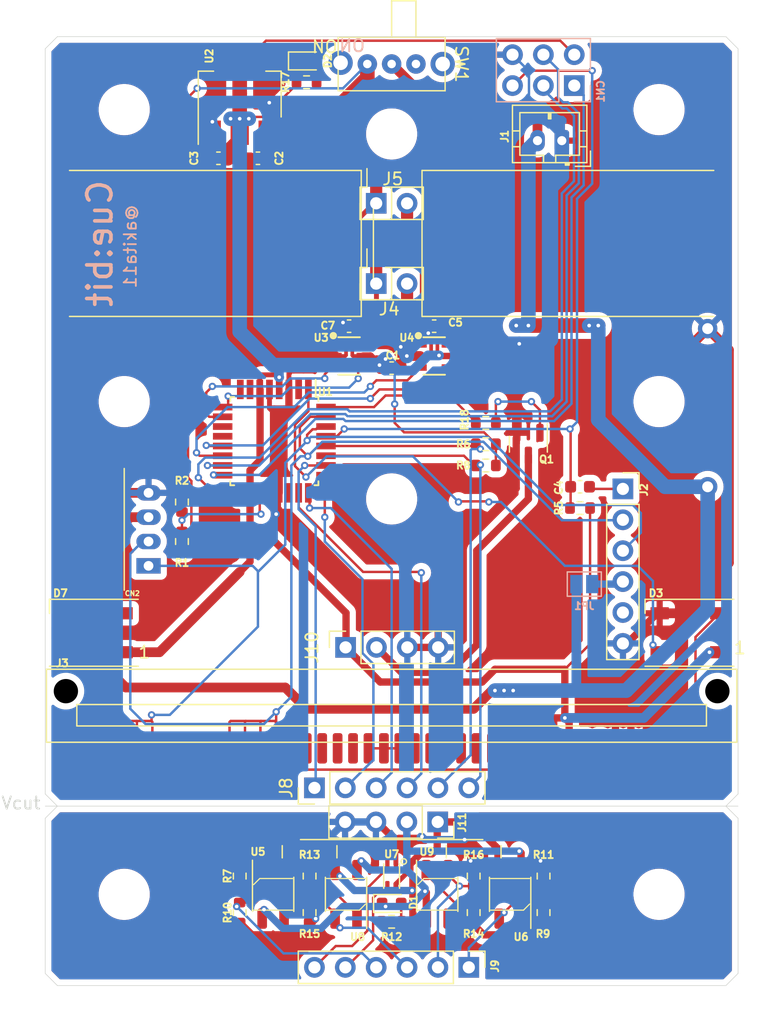
<source format=kicad_pcb>
(kicad_pcb (version 20211014) (generator pcbnew)
  (layers (0 "F.Cu" signal) (31 "B.Cu" signal) (34 "B.Paste" user) (35 "F.Paste" user) (36 "B.SilkS" user "B.Silkscreen") (37 "F.SilkS" user "F.Silkscreen") (38 "B.Mask" user) (39 "F.Mask" user) (44 "Edge.Cuts" user))
  (net 0 "")
  (net 1 "+3V3")
  (net 2 "GND")
  (net 3 "VDD")
  (net 4 "/RSTN")
  (net 5 "Net-(C4-Pad2)")
  (net 6 "/MISO")
  (net 7 "/SCK")
  (net 8 "/MOSI")
  (net 9 "/LEDK")
  (net 10 "Net-(D1-Pad2)")
  (net 11 "/TXD")
  (net 12 "/RXD")
  (net 14 "/P3")
  (net 15 "/P4")
  (net 16 "/P5")
  (net 17 "/P6")
  (net 18 "/P7")
  (net 19 "/P8")
  (net 20 "/P9")
  (net 21 "/P10")
  (net 22 "/P11")
  (net 23 "/P12")
  (net 24 "/P2")
  (net 25 "/P13")
  (net 26 "/P14")
  (net 27 "/P15")
  (net 28 "/P16")
  (net 29 "/P19")
  (net 30 "/P20")
  (net 31 "/SCL")
  (net 32 "Net-(R7-Pad1)")
  (net 33 "/SDA")
  (net 34 "Net-(R9-Pad1)")
  (net 35 "/PD_L2")
  (net 36 "/PD_R2")
  (net 37 "Net-(R13-Pad1)")
  (net 38 "Net-(R14-Pad1)")
  (net 39 "/PD_L1")
  (net 40 "/PD_R1")
  (net 43 "/VBAT")
  (net 46 "Net-(D2-Pad2)")
  (net 47 "Net-(Q1-Pad1)")
  (net 48 "/LEDC")
  (net 49 "/ML_A")
  (net 50 "/ML_B")
  (net 51 "/MR_A")
  (net 52 "/MR_B")
  (net 53 "/EN_LED")
  (net 55 "/L_A")
  (net 56 "/L_B")
  (net 59 "/R_A")
  (net 60 "/R_B")
  (net 61 "VDDA")
  (net 62 "/SDAs")
  (net 63 "/SCLs")
  (net 64 "/PD_L2s")
  (net 65 "/PD_L1s")
  (net 66 "/PD_R1s")
  (net 67 "/PD_R2s")
  (net 68 "/LEDKs")
  (net 69 "Earth")
  (net 71 "Net-(D3-Pad2)")
  (net 73 "/VBATMEAS")
  (net 74 "Net-(J2-Pad4)")
  (footprint "OptoDevice:Everlight_ITR1201SR10AR" (layer "F.Cu") (at -9.75 78.5)
    (fp_text reference "U5")
    (fp_text value "ITR8307-S17-TR8")
  )
  (footprint "MountingHole:MountingHole_3.2mm_M3" (layer "F.Cu") (at 0 16)
    (fp_text reference "REF**" hide)
    (fp_text value "MountingHole_3.2mm_M3")
  )
  (footprint "Resistor_SMD:R_0603_1608Metric" (layer "F.Cu") (at 6.75 80 -90)
    (fp_text reference "R14")
    (fp_text value "470")
  )
  (footprint "LED_SMD:LED_0603_1608Metric" (layer "F.Cu") (at 0 79.25)
    (fp_text reference "D1")
    (fp_text value "LED")
  )
  (footprint "Resistor_SMD:R_0603_1608Metric" (layer "F.Cu") (at 6.75 77 90)
    (fp_text reference "R16")
    (fp_text value "10k")
  )
  (footprint "Connector_PinHeader_2.54mm:PinHeader_1x06_P2.54mm_Vertical" (layer "F.Cu") (at 6.35 84.5 -90)
    (fp_text reference "J9")
    (fp_text value "Conn_01x06")
  )
  (footprint "Connector_PinHeader_2.54mm:PinHeader_1x02_P2.54mm_Vertical_SMD_Pin1Right" (layer "F.Cu") (at 0 28.3 90)
    (fp_text reference "J18" hide)
    (fp_text value "Conn_01x02")
  )
  (footprint "MountingHole:MountingHole_3.2mm_M3" (layer "F.Cu") (at -22 78.5)
    (fp_text reference "REF**" hide)
    (fp_text value "MountingHole_3.2mm_M3")
  )
  (footprint "Resistor_SMD:R_0603_1608Metric" (layer "F.Cu") (at -6.75 80 -90)
    (fp_text reference "R15")
    (fp_text value "10k")
  )
  (footprint "Resistor_SMD:R_0603_1608Metric" (layer "F.Cu") (at 7.75 39.75 180)
    (fp_text reference "R18")
    (fp_text value "100")
  )
  (footprint "LED_SMD:LED_WS2812B_PLCC4_5.0x5.0mm_P3.2mm" (layer "F.Cu") (at -24.5 57 180)
    (fp_text reference "D7")
    (fp_text value "WS2812B")
  )
  (footprint "Resistor_SMD:R_0603_1608Metric" (layer "F.Cu") (at 7.75 41.5)
    (fp_text reference "R6")
    (fp_text value "4.7k")
  )
  (footprint "Connector_JST:JST_PH_B2B-PH-K_1x02_P2.00mm_Vertical" (layer "F.Cu") (at 14 16.55 180)
    (fp_text reference "J1")
    (fp_text value "Conn_01x02")
  )
  (footprint "akita:OPLGA-4" (layer "F.Cu") (at 0 77 -90)
    (fp_text reference "U7")
    (fp_text value "SENSOR_VEML6040")
  )
  (footprint "MountingHole:MountingHole_3.2mm_M3" (layer "F.Cu") (at -22 38)
    (fp_text reference "REF**" hide)
    (fp_text value "MountingHole_3.2mm_M3")
  )
  (footprint "akita:Pad_TH09mm" (layer "F.Cu") (at 26 32)
    (fp_text reference "REF**" hide)
    (fp_text value "Pad_TH09mm" hide)
  )
  (footprint "MountingHole:MountingHole_3.2mm_M3" (layer "F.Cu") (at 22 14)
    (fp_text reference "REF**" hide)
    (fp_text value "MountingHole_3.2mm_M3")
  )
  (footprint "Package_TO_SOT_SMD:SOT-223-3_TabPin2" (layer "F.Cu") (at -12.5 12.75 90)
    (fp_text reference "U2")
    (fp_text value "AP1117-33")
  )
  (footprint "Connector_PinSocket_2.54mm:PinSocket_1x04_P2.54mm_Vertical" (layer "F.Cu") (at 3.79 72.55 -90)
    (fp_text reference "J11")
    (fp_text value "Conn_01x04")
  )
  (footprint "Connector_PinHeader_2.54mm:PinHeader_1x06_P2.54mm_Vertical" (layer "F.Cu") (at -6.35 69.75 90)
    (fp_text reference "J8")
    (fp_text value "Conn_01x06")
  )
  (footprint "Connector_PinSocket_2.54mm:PinSocket_1x04_P2.54mm_Vertical" (layer "F.Cu") (at -3.79 58.2 90)
    (fp_text reference "J10")
    (fp_text value "Conn_01x04")
  )
  (footprint "Capacitor_SMD:C_0603_1608Metric" (layer "F.Cu") (at 0 35.25)
    (fp_text reference "C1")
    (fp_text value "0.1u")
  )
  (footprint "Resistor_SMD:R_0603_1608Metric" (layer "F.Cu") (at -17.25 49.5 90)
    (fp_text reference "R1")
    (fp_text value "2k")
  )
  (footprint "Resistor_SMD:R_0603_1608Metric" (layer "F.Cu") (at -6.75 77 90)
    (fp_text reference "R13")
    (fp_text value "470")
  )
  (footprint "Resistor_SMD:R_0603_1608Metric" (layer "F.Cu") (at 15.5 46.75)
    (fp_text reference "R5")
    (fp_text value "10k")
  )
  (footprint "OptoDevice:Everlight_ITR1201SR10AR" (layer "F.Cu") (at 3.75 78.5)
    (fp_text reference "U9")
    (fp_text value "ITR8307-S17-TR8")
  )
  (footprint "LED_SMD:LED_WS2812B_PLCC4_5.0x5.0mm_P3.2mm" (layer "F.Cu") (at 24.5 57 180)
    (fp_text reference "D3")
    (fp_text value "WS2812B")
  )
  (footprint "Package_QFP:TQFP-32_7x7mm_P0.8mm" (layer "F.Cu") (at -9.6505 41.25 -90)
    (fp_text reference "U1")
    (fp_text value "ATmega328P-A")
  )
  (footprint "akita:CON_microbit_cardedge_V_SMD" (layer "F.Cu") (at 0 60)
    (fp_text reference "J3")
    (fp_text value "Conn_01x40" hide)
  )
  (footprint "Capacitor_SMD:C_0603_1608Metric" (layer "F.Cu") (at 3.5 31.8 180)
    (fp_text reference "C5")
    (fp_text value "0.1u")
  )
  (footprint "Resistor_SMD:R_0603_1608Metric" (layer "F.Cu") (at 7.75 43.25)
    (fp_text reference "R8")
    (fp_text value "4.7k")
  )
  (footprint "Resistor_SMD:R_0603_1608Metric" (layer "F.Cu") (at 12.5 80 -90)
    (fp_text reference "R9")
    (fp_text value "470")
  )
  (footprint "Capacitor_SMD:C_0603_1608Metric" (layer "F.Cu") (at -11 18 180)
    (fp_text reference "C2")
    (fp_text value "0.1u")
  )
  (footprint "Capacitor_SMD:C_0603_1608Metric" (layer "F.Cu") (at -3.5 31.8 180)
    (fp_text reference "C7")
    (fp_text value "0.1u")
  )
  (footprint "Package_TO_SOT_SMD:SOT-23" (layer "F.Cu") (at 11.25 41.5 -90)
    (fp_text reference "Q1")
    (fp_text value "TR_NMOS_IRLML6344")
  )
  (footprint "Resistor_SMD:R_0603_1608Metric" (layer "F.Cu") (at -17.25 46.25 90)
    (fp_text reference "R2")
    (fp_text value "3k")
  )
  (footprint "Resistor_SMD:R_0603_1608Metric" (layer "F.Cu") (at -12.5 77 90)
    (fp_text reference "R7")
    (fp_text value "470")
  )
  (footprint "LED_SMD:LED_0603_1608Metric" (layer "F.Cu") (at -7 10)
    (fp_text reference "D2")
    (fp_text value "LED")
  )
  (footprint "akita:SW_SK-12D11VG3" (layer "F.Cu") (at 0 10.25 180)
    (fp_text reference "SW1")
    (fp_text value "SW_SPDT")
  )
  (footprint "libLCSC:SOT-23-6_L2.9-W1.6-P0.95-LS2.8-BL" (layer "F.Cu") (at -3.5 34.25 -90)
    (fp_text reference "U3")
    (fp_text value "AD116")
  )
  (footprint "Resistor_SMD:R_0603_1608Metric" (layer "F.Cu") (at -7 11.75 180)
    (fp_text reference "R17")
    (fp_text value "1k")
  )
  (footprint "OptoDevice:Everlight_ITR1201SR10AR" (layer "F.Cu") (at 9.75 78.5 180)
    (fp_text reference "U6")
    (fp_text value "ITR8307-S17-TR8")
  )
  (footprint "akita:Pad_TH09mm" (layer "F.Cu") (at 26 45)
    (fp_text reference "REF**" hide)
    (fp_text value "Pad_TH09mm" hide)
  )
  (footprint "MountingHole:MountingHole_3.2mm_M3" (layer "F.Cu") (at -22 14)
    (fp_text reference "REF**" hide)
    (fp_text value "MountingHole_3.2mm_M3")
  )
  (footprint "Connector_PinHeader_2.54mm:PinHeader_1x02_P2.54mm_Vertical" (layer "F.Cu") (at -1.27 21.7 90)
    (fp_text reference "J5")
    (fp_text value "Conn_01x02")
  )
  (footprint "MountingHole:MountingHole_3.2mm_M3" (layer "F.Cu") (at 22 78.5)
    (fp_text reference "REF**" hide)
    (fp_text value "MountingHole_3.2mm_M3")
  )
  (footprint "Capacitor_SMD:C_0603_1608Metric" (layer "F.Cu") (at 15.5 45)
    (fp_text reference "C4")
    (fp_text value "0.1u")
  )
  (footprint "akita:CON_GROVE_H_roundPad" (layer "F.Cu") (at -20 48.5 90)
    (fp_text reference "CN2")
    (fp_text value "CON_GROVE")
  )
  (footprint "OptoDevice:Everlight_ITR1201SR10AR" (layer "F.Cu") (at -3.75 78.5 180)
    (fp_text reference "U8")
    (fp_text value "ITR8307-S17-TR8")
  )
  (footprint "Connector_PinHeader_2.54mm:PinHeader_1x02_P2.54mm_Vertical" (layer "F.Cu") (at -1.27 28.3 90)
    (fp_text reference "J4")
    (fp_text value "Conn_01x02")
  )
  (footprint "Connector_PinHeader_2.54mm:PinHeader_1x02_P2.54mm_Vertical_SMD_Pin1Right" (layer "F.Cu") (at 0 21.7 90)
    (fp_text reference "J19" hide)
    (fp_text value "Conn_01x02")
  )
  (footprint "Resistor_SMD:R_0603_1608Metric" (layer "F.Cu") (at 0 80.75 180)
    (fp_text reference "R12")
    (fp_text value "470")
  )
  (footprint "Resistor_SMD:R_0603_1608Metric" (layer "F.Cu") (at -12.5 80 -90)
    (fp_text reference "R10")
    (fp_text value "10k")
  )
  (footprint "MountingHole:MountingHole_3.2mm_M3" (layer "F.Cu") (at 0 46)
    (fp_text reference "REF**" hide)
    (fp_text value "MountingHole_3.2mm_M3")
  )
  (footprint "Resistor_SMD:R_0603_1608Metric" (layer "F.Cu") (at 12.5 77 90)
    (fp_text reference "R11")
    (fp_text value "10k")
  )
  (footprint "libLCSC:SOT-23-6_L2.9-W1.6-P0.95-LS2.8-BL" (layer "F.Cu") (at 3.5 34.25 -90)
    (fp_text reference "U4")
    (fp_text value "AD116")
  )
  (footprint "Capacitor_SMD:C_0603_1608Metric" (layer "F.Cu") (at -14.25 18 180)
    (fp_text reference "C3")
    (fp_text value "10u")
  )
  (footprint "Connector_PinSocket_2.54mm:PinSocket_1x06_P2.54mm_Vertical" (layer "F.Cu") (at 19.025 45.175)
    (fp_text reference "J2")
    (fp_text value "Conn_01x06")
  )
  (footprint "MountingHole:MountingHole_3.2mm_M3" (layer "F.Cu") (at 22 38)
    (fp_text reference "REF**" hide)
    (fp_text value "MountingHole_3.2mm_M3")
  )
  (footprint "Jumper:SolderJumper-2_P1.3mm_Open_Pad1.0x1.5mm" (layer "B.Cu") (at 15.85 53)
    (fp_text reference "JP1")
    (fp_text value "Jumper_2_Open")
  )
  (footprint "Connector_PinHeader_2.54mm:PinHeader_2x03_P2.54mm_Vertical" (layer "B.Cu") (at 15.025 12.025 90)
    (fp_text reference "CN1")
    (fp_text value "CON_AVRISP")
  )
  (gr_line (start -22 43.5) (end -22 53.5) (layer "F.SilkS") (width 0.12))
  (gr_line (start 2.5 19) (end 26.5 19) (layer "F.SilkS") (width 0.12))
  (gr_line (start -4.5 74.5) (end -4.5 75.5) (layer "F.SilkS") (width 0.12))
  (gr_line (start -2.5 19) (end -2.5 31) (layer "F.SilkS") (width 0.12))
  (gr_line (start -1.5 21.3) (end -1.5 28.7) (layer "F.SilkS") (width 0.12))
  (gr_line (start 2.5 19) (end 2.5 31) (layer "F.SilkS") (width 0.12))
  (gr_line (start 9 74.5) (end 9 75.5) (layer "F.SilkS") (width 0.12))
  (gr_line (start -9 74.5) (end -9 75.5) (layer "F.SilkS") (width 0.12))
  (gr_line (start 2.5 31) (end 26.5 31) (layer "F.SilkS") (width 0.12))
  (gr_line (start -7.5 74) (end 7.5 74) (layer "F.SilkS") (width 0.12))
  (gr_line (start 4.5 74.5) (end 4.5 75.5) (layer "F.SilkS") (width 0.12))
  (gr_line (start -26.5 19) (end -2.5 19) (layer "F.SilkS") (width 0.12))
  (gr_line (start -26.5 31) (end -2.5 31) (layer "F.SilkS") (width 0.12))
  (gr_line (start 28.5 70.25) (end 28.5 9) (layer "Edge.Cuts") (width 0.05))
  (gr_line (start -28.5 71.25) (end 28.5 71.25) (layer "Edge.Cuts") (width 0.05))
  (gr_line (start -27.5 71.25) (end -28.5 72.25) (layer "Edge.Cuts") (width 0.05))
  (gr_line (start -27.5 86) (end 27.5 86) (layer "Edge.Cuts") (width 0.05))
  (gr_line (start -28.5 9) (end -27.5 8) (layer "Edge.Cuts") (width 0.05))
  (gr_line (start -28.5 70.25) (end -27.5 71.25) (layer "Edge.Cuts") (width 0.05))
  (gr_line (start 27.5 8) (end 28.5 9) (layer "Edge.Cuts") (width 0.05))
  (gr_line (start 28.5 85) (end 28.5 72.25) (layer "Edge.Cuts") (width 0.05))
  (gr_line (start -27.5 8) (end 27.5 8) (layer "Edge.Cuts") (width 0.05))
  (gr_line (start 28.5 72.25) (end 27.5 71.25) (layer "Edge.Cuts") (width 0.05))
  (gr_line (start -28.5 72.25) (end -28.5 85) (layer "Edge.Cuts") (width 0.05))
  (gr_line (start -28.5 70.25) (end -28.5 9) (layer "Edge.Cuts") (width 0.05))
  (gr_line (start 27.5 71.25) (end 28.5 70.25) (layer "Edge.Cuts") (width 0.05))
  (gr_line (start 27.5 86) (end 28.5 85) (layer "Edge.Cuts") (width 0.05))
  (gr_line (start -27.5 86) (end -28.5 85) (layer "Edge.Cuts") (width 0.05))
  (gr_text "@akita11" (at -21.5 25.25 90) (layer "B.SilkS") (effects (font (size 1 1)) (justify mirror)))
  (gr_text "Cue:bit" (at -24 25 90) (layer "B.SilkS") (effects (font (size 2 2) (thickness 0.3)) (justify mirror)))
  (gr_text "ON" (at -3.25 8.75) (layer "B.SilkS") (effects (font (size 1 1)) (justify mirror)))
  (gr_text "ON" (at -5.5 8.75 180) (layer "F.SilkS") (effects (font (size 1 1))))
  (gr_text "Vcut" (at -30.5 71) (layer "Edge.Cuts") (effects (font (size 1 1))))
  (segment (start 8.575 41.5) (end 8.575 43.275) (width 0.2) (layer "F.Cu") (net 1))
  (segment (start -7.7875 11.7875) (end -7.8 11.8) (width 0.2) (layer "F.Cu") (net 1))
  (segment (start -19.1 58.6) (end -12.5 52) (width 0.8) (layer "F.Cu") (net 1))
  (segment (start -11.75 9.75) (end -12.5 9.75) (width 0.2) (layer "F.Cu") (net 1))
  (segment (start 8.255 66.5) (end 8.25 66.495) (width 0.6) (layer "F.Cu") (net 1))
  (segment (start -10.122792 14.6) (end -11.6 14.6) (width 0.2) (layer "F.Cu") (net 1))
  (segment (start -10.725011 35.800489) (end -9.449511 35.800489) (width 0.4) (layer "F.Cu") (net 1))
  (segment (start 8.5 64) (end 9.75 64) (width 0.6) (layer "F.Cu") (net 1))
  (segment (start -9.25 36) (end -9.25 36.9995) (width 0.4) (layer "F.Cu") (net 1))
  (segment (start -13.475 18) (end -13.475 17.475) (width 1.2) (layer "F.Cu") (net 1))
  (segment (start -3.185 34.25) (end -3.234511 34.200489) (width 0.3) (layer "F.Cu") (net 1))
  (segment (start -1.25 34.5) (end -1.375 34.625) (width 0.6) (layer "F.Cu") (net 1))
  (segment (start -10.335489 8.335489) (end -11.75 9.75) (width 0.2) (layer "F.Cu") (net 1))
  (segment (start 13.335 66.5) (end 13.335 64.085) (width 0.6) (layer "F.Cu") (net 1))
  (segment (start -9.467661 13.573911) (end -9.467661 13.944869) (width 0.2) (layer "F.Cu") (net 1))
  (segment (start -12.5 14.75) (end -12.5 12.7) (width 1.2) (layer "F.Cu") (net 1))
  (segment (start 9.525 64.225) (end 9.75 64) (width 0.6) (layer "F.Cu") (net 1))
  (segment (start 16.325 46.75) (end 16.325 57.925) (width 0.2) (layer "F.Cu") (net 1))
  (segment (start -22.05 58.6) (end -19.1 58.6) (width 0.8) (layer "F.Cu") (net 1))
  (segment (start 8.575 43.275) (end 8.6 43.3) (width 0.2) (layer "F.Cu") (net 1))
  (segment (start 14.25 60) (end 14.25 64) (width 0.6) (layer "F.Cu") (net 1))
  (segment (start 8.5 60) (end 14.25 60) (width 0.6) (layer "F.Cu") (net 1))
  (segment (start 3.815 34.25) (end 3.765489 34.200489) (width 0.3) (layer "F.Cu") (net 1))
  (segment (start -13.475 17.475) (end -12.5 16.5) (width 1.2) (layer "F.Cu") (net 1))
  (segment (start -11.6505 48.3495) (end -10.769808 48.3495) (width 0.6) (layer "F.Cu") (net 1))
  (segment (start -10.825011 42.825489) (end -10.825011 37) (width 0.6) (layer "F.Cu") (net 1))
  (segment (start -0.94048 61.04952) (end 7.45048 61.04952) (width 0.6) (layer "F.Cu") (net 1))
  (segment (start 4.275 31.8) (end 4.275 31.525) (width 0.8) (layer "F.Cu") (net 1))
  (segment (start 0.25 38.25) (end 0.25 38.2005) (width 0.2) (layer "F.Cu") (net 1))
  (segment (start -9.25 36.9995) (end -9.2505 37) (width 0.4) (layer "F.Cu") (net 1))
  (segment (start 4.65 34.25) (end 3.815 34.25) (width 0.3) (layer "F.Cu") (net 1))
  (segment (start -0.5 34.5) (end -1.25 34.5) (width 0.6) (layer "F.Cu") (net 1))
  (segment (start -11.6505 48.3495) (end -11.6505 51.1505) (width 0.6) (layer "F.Cu") (net 1))
  (segment (start 7.45048 61.04952) (end 8.5 60) (width 0.6) (layer "F.Cu") (net 1))
  (segment (start 16.325 57.925) (end 14.25 60) (width 0.2) (layer "F.Cu") (net 1))
  (segment (start -11.6505 43.650978) (end -10.825011 42.825489) (width 0.6) (layer "F.Cu") (net 1))
  (segment (start 13.875489 8.335489) (end -10.335489 8.335489) (width 0.2) (layer "F.Cu") (net 1))
  (segment (start -3.79 58.2) (end -0.94048 61.04952) (width 0.6) (layer "F.Cu") (net 1))
  (segment (start 9.525 66.5) (end 9.525 64.225) (width 0.6) (layer "F.Cu") (net 1))
  (segment (start -12.5 15.5) (end -13.25 14.75) (width 0.6) (layer "F.Cu") (net 1))
  (segment (start 15.025 9.485) (end 13.875489 8.335489) (width 0.2) (layer "F.Cu") (net 1))
  (segment (start -12.5 15.9) (end -12.5 15.5) (width 0.6) (layer "F.Cu") (net 1))
  (segment (start -1.75 34.25) (end -1.375 34.625) (width 0.6) (layer "F.Cu") (net 1))
  (segment (start 8.575 41.5) (end 7.59952 40.52452) (width 0.2) (layer "F.Cu") (net 1))
  (segment (start -2.35 34.25) (end -1.75 34.25) (width 0.6) (layer "F.Cu") (net 1))
  (segment (start -3.234511 32.234511) (end -2.75 31.75) (width 0.3) (layer "F.Cu") (net 1))
  (segment (start -1.375 34.625) (end -1 35) (width 0.6) (layer "F.Cu") (net 1))
  (segment (start -11.6505 51.1505) (end -12.5 52) (width 0.6) (layer "F.Cu") (net 1))
  (segment (start 13.25 64) (end 14.25 64) (width 0.6) (layer "F.Cu") (net 1))
  (segment (start 14.605 66.5) (end 14.605 64.355) (width 0.6) (layer "F.Cu") (net 1))
  (segment (start 12 64) (end 13.25 64) (width 0.6) (layer "F.Cu") (net 1))
  (segment (start 14.25 64) (end 14.605 64.355) (width 0.6) (layer "F.Cu") (net 1))
  (segment (start 26.95 58.6) (end 26.15 58.6) (width 0.8) (layer "F.Cu") (net 1))
  (segment (start -12.5 12.7) (end -12.5 9.25) (width 1.2) (layer "F.Cu") (net 1))
  (segment (start -9.449511 35.800489) (end -9.25 36) (width 0.4) (layer "F.Cu") (net 1))
  (segment (start 11 64) (end 12 64) (width 0.6) (layer "F.Cu") (net 1))
  (segment (start 8.25 64.25) (end 8.5 64) (width 0.6) (layer "F.Cu") (net 1))
  (segment (start -10.8505 35.925978) (end -10.725011 35.800489) (width 0.4) (layer "F.Cu") (net 1))
  (segment (start -11.6505 45.5) (end -11.6505 48.3495) (width 0.6) (layer "F.Cu") (net 1))
  (segment (start 10.795 66.5) (end 10.795 64.205) (width 0.6) (layer "F.Cu") (net 1))
  (segment (start -12.5 16.5) (end -12.5 15.75) (width 1.2) (layer "F.Cu") (net 1))
  (segment (start 1.02452 40.52452) (end 0.25 39.75) (width 0.2) (layer "F.Cu") (net 1))
  (segment (start -2.35 34.25) (end -3.185 34.25) (width 0.3) (layer "F.Cu") (net 1))
  (segment (start -11.6 14.6) (end -11.75 14.75) (width 0.2) (layer "F.Cu") (net 1))
  (segment (start -7.825 11.75) (end -7.825 11.93125) (width 0.2) (layer "F.Cu") (net 1))
  (segment (start -12.5 15.5) (end -11.75 14.75) (width 0.6) (layer "F.Cu") (net 1))
  (segment (start -7.825 11.93125) (end -9.467661 13.573911) (width 0.2) (layer "F.Cu") (net 1))
  (segment (start 3.765489 34.200489) (end 3.765489 32.234511) (width 0.3) (layer "F.Cu") (net 1))
  (segment (start 8.25 66.495) (end 8.25 64.25) (width 0.6) (layer "F.Cu") (net 1))
  (segment (start -10.8505 37) (end -10.8505 35.925978) (width 0.4) (layer "F.Cu") (net 1))
  (segment (start -10.769808 48.3495) (end -3.75 55.369308) (width 0.6) (layer "F.Cu") (net 1))
  (segment (start -12.5 15.9) (end -12.5 14.75) (width 0.6) (layer "F.Cu") (net 1))
  (segment (start -0.775 35.225) (end -1 35) (width 0.8) (layer "F.Cu") (net 1))
  (segment (start -9.467661 13.944869) (end -10.122792 14.6) (width 0.2) (layer "F.Cu") (net 1))
  (segment (start 12.065 64.065) (end 12.065 66.5) (width 0.6) (layer "F.Cu") (net 1))
  (segment (start -3.234511 34.200489) (end -3.234511 32.234511) (width 0.3) (layer "F.Cu") (net 1))
  (segment (start 13.335 64.085) (end 13.25 64) (width 0.6) (layer "F.Cu") (net 1))
  (segment (start 9.75 64) (end 11 64) (width 0.6) (layer "F.Cu") (net 1))
  (segment (start -0.775 35.25) (end -0.775 35.225) (width 0.8) (layer "F.Cu") (net 1))
  (segment (start -3.75 55.369308) (end -3.75 58.25) (width 0.6) (layer "F.Cu") (net 1))
  (segment (start -11.6505 45.5) (end -11.6505 43.650978) (width 0.6) (layer "F.Cu") (net 1))
  (segment (start 0.25 39.75) (end 0.25 38.25) (width 0.2) (layer "F.Cu") (net 1))
  (segment (start 7.59952 40.52452) (end 1.02452 40.52452) (width 0.2) (layer "F.Cu") (net 1))
  (segment (start 4.275 31.525) (end 4.25 31.5) (width 0.8) (layer "F.Cu") (net 1))
  (segment (start 12 64) (end 12.065 64.065) (width 0.6) (layer "F.Cu") (net 1))
  (segment (start 10.795 64.205) (end 11 64) (width 0.6) (layer "F.Cu") (net 1))
  (segment (start 3.765489 32.234511) (end 4.25 31.75) (width 0.3) (layer "F.Cu") (net 1))
  (via (at 26.15 58.6) (size 0.6) (drill 0.3) (layers "F.Cu" "B.Cu") (net 1))
  (via (at -11.75 14.75) (size 0.6) (drill 0.3) (layers "F.Cu" "B.Cu") (net 1))
  (via (at -13.25 14.75) (size 0.6) (drill 0.3) (layers "F.Cu" "B.Cu") (net 1))
  (via (at -0.5 34.5) (size 0.6) (drill 0.3) (layers "F.Cu" "B.Cu") (net 1))
  (via (at 14.25 64) (size 0.6) (drill 0.3) (layers "F.Cu" "B.Cu") (net 1))
  (via (at 0.25 38.2005) (size 0.6) (drill 0.3) (layers "F.Cu" "B.Cu") (net 1))
  (via (at 3.899208 34.204507) (size 0.6) (drill 0.3) (layers "F.Cu" "B.Cu") (net 1))
  (via (at -12.5 14.75) (size 0.6) (drill 0.3) (layers "F.Cu" "B.Cu") (net 1))
  (via (at -9.25 36) (size 0.6) (drill 0.3) (layers "F.Cu" "B.Cu") (net 1))
  (via (at -1 35) (size 0.6) (drill 0.3) (layers "F.Cu" "B.Cu") (net 1))
  (segment (start -9.75 35) (end -12.5 32.25) (width 1.2) (layer "B.Cu") (net 1))
  (segment (start -12.5 19.3) (end -12.5 14.75) (width 1.2) (layer "B.Cu") (net 1))
  (segment (start -1 35) (end -0.55048 35.44952) (width 0.8) (layer "B.Cu") (net 1))
  (segment (start -9.25 36) (end -9.275998 35.974002) (width 0.8) (layer "B.Cu") (net 1))
  (segment (start -0.5 34.5) (end -0.39904 34.5) (width 0.8) (layer "B.Cu") (net 1))
  (segment (start 0.25 35.749004) (end 0.374502 35.624502) (width 0.2) (layer "B.Cu") (net 1))
  (segment (start 26.15 58.6) (end 20.75 64) (width 0.8) (layer "B.Cu") (net 1))
  (segment (start 0.25 38.2005) (end 0.25 35.749004) (width 0.2) (layer "B.Cu") (net 1))
  (segment (start 1.746857 35.44952) (end 2.99187 34.204507) (width 0.8) (layer "B.Cu") (net 1))
  (segment (start -1 35) (end -9.75 35) (width 1.2) (layer "B.Cu") (net 1))
  (segment (start -0.5 34.5) (end -1 35) (width 1.2) (layer "B.Cu") (net 1))
  (segment (start -13.25 14.75) (end -11.75 14.75) (width 1.2) (layer "B.Cu") (net 1))
  (segment (start -12.35 19.45) (end -12.5 19.3) (width 0.4) (layer "B.Cu") (net 1))
  (segment (start 20.75 64) (end 15.5 64) (width 0.8) (layer "B.Cu") (net 1))
  (segment (start -0.39904 34.5) (end 0.55048 35.44952) (width 0.8) (layer "B.Cu") (net 1))
  (segment (start 2.99187 34.204507) (end 3.899208 34.204507) (width 0.8) (layer "B.Cu") (net 1))
  (segment (start -0.25 35) (end -1 35) (width 0.8) (layer "B.Cu") (net 1))
  (segment (start -9.275998 35.974002) (end -9.275998 35.624502) (width 0.8) (layer "B.Cu") (net 1))
  (segment (start 15.5 64) (end 14.25 64) (width 0.8) (layer "B.Cu") (net 1))
  (segment (start -0.55048 35.44952) (end 1.746857 35.44952) (width 0.8) (layer "B.Cu") (net 1))
  (segment (start -12.5 32.25) (end -12.5 19.3) (width 1.2) (layer "B.Cu") (net 1))
  (segment (start 19.685 66.5) (end 19.685 64.315) (width 0.6) (layer "F.Cu") (net 2))
  (segment (start -10.0505 37) (end -10.0505 38.55) (width 0.4) (layer "F.Cu") (net 2))
  (segment (start 0.775 34.725) (end 1.25 34.25) (width 0.8) (layer "F.Cu") (net 2))
  (segment (start 23.495 64.505) (end 23.75 64.25) (width 0.6) (layer "F.Cu") (net 2))
  (segment (start -8.4505 38.55) (end -9.2505 39.35) (width 0.6) (layer "F.Cu") (net 2))
  (segment (start -14.8 15.9) (end -14.8 15.05) (width 0.8) (layer "F.Cu") (net 2))
  (segment (start 24.75 33.25) (end 26 32) (width 0.8) (layer "F.Cu") (net 2))
  (segment (start 0.775 34.775) (end 0.775 34.725) (width 0.8) (layer "F.Cu") (net 2))
  (segment (start 3.7 58.2) (end 3.75 58.25) (width 0.6) (layer "F.Cu") (net 2))
  (segment (start -11.8 19.2) (end -14.3 19.2) (width 0.8) (layer "F.Cu") (net 2))
  (segment (start -8.5 34.25) (end -9.25 34.25) (width 0.8) (layer "F.Cu") (net 2))
  (segment (start -10 33.477898) (end -15.025 28.452898) (width 0.8) (layer "F.Cu") (net 2))
  (segment (start 18.415 64.335) (end 18.5 64.25) (width 0.6) (layer "F.Cu") (net 2))
  (segment (start 3.185 34.25) (end 3.25 34.185) (width 0.3) (layer "F.Cu") (net 2))
  (segment (start -14.8 15.05) (end -14.75 15) (width 0.8) (layer "F.Cu") (net 2))
  (segment (start 10.3 33.45) (end 10.3 40.5625) (width 0.8) (layer "F.Cu") (net 2))
  (segment (start 0.775 35.25) (end 0.775 34.775) (width 0.8) (layer "F.Cu") (net 2))
  (segment (start -3.75 32.25) (end -4.25 31.75) (width 0.3) (layer "F.Cu") (net 2))
  (segment (start -10.067661 13.432339) (end -10.067661 12.280161) (width 0.2) (layer "F.Cu") (net 2))
  (segment (start 18.415 66.5) (end 18.415 64.335) (width 0.6) (layer "F.Cu") (net 2))
  (segment (start 23.75 64.25) (end 23.75 55.25) (width 0.8) (layer "F.Cu") (net 2))
  (segment (start 20.955 66.5) (end 20.955 64.455) (width 0.6) (layer "F.Cu") (net 2))
  (segment (start -10.0505 38.55) (end -9.2505 39.35) (width 0.4) (layer "F.Cu") (net 2))
  (segment (start 27.75 51.25) (end 27.75 33.75) (width 0.8) (layer "F.Cu") (net 2))
  (segment (start 10.25 45.13068) (end 10.25 41) (width 0.6) (layer "F.Cu") (net 2))
  (segment (start 18.5 64.25) (end 19.75 64.25) (width 0.6) (layer "F.Cu") (net 2))
  (segment (start -22.5 45.5) (end -20.365 45.5) (width 0.8) (layer "F.Cu") (net 2))
  (segment (start -15.025 16.025) (end -14.8 15.8) (width 0.8) (layer "F.Cu") (net 2))
  (segment (start 22.05 55.4) (end 23.6 55.4) (width 0.8) (layer "F.Cu") (net 2))
  (segment (start 3.25 34.185) (end 3.25 32.25) (width 0.3) (layer "F.Cu") (net 2))
  (segment (start -10 33.5) (end -10 33.477898) (width 0.8) (layer "F.Cu") (net 2))
  (segment (start 19.025 57.875) (end 19.375 57.875) (width 0.6) (layer "F.Cu") (net 2))
  (segment (start -4.275 31.8) (end -4.275 31.775) (width 0.8) (layer "F.Cu") (net 2))
  (segment (start 23.75 55.25) (end 27.75 51.25) (width 0.8) (layer "F.Cu") (net 2))
  (segment (start -4.65 34.25) (end -8.5 34.25) (width 0.8) (layer "F.Cu") (net 2))
  (segment (start 20.75 64.25) (end 22.25 64.25) (width 0.6) (layer "F.Cu") (net 2))
  (segment (start -10.067661 12.280161) (end -7.7875 10) (width 0.2) (layer "F.Cu") (net 2))
  (segment (start 23.75 64.25) (end 24.75 64.25) (width 0.6) (layer "F.Cu") (net 2))
  (segment (start -8.4505 37) (end -8.4505 34.2995) (width 0.4) (layer "F.Cu") (net 2))
  (segment (start -9.2505 39.35) (end -9.2505 45.5) (width 0.6) (layer "F.Cu") (net 2))
  (segment (start 10.5 33.25) (end 24.75 33.25) (width 0.8) (layer "F.Cu") (net 2))
  (segment (start -9.2505 47.0005) (end -9.2505 45.5) (width 0.3) (layer "F.Cu") (net 2))
  (segment (start -15.025 18.475) (end -15.025 18) (width 0.8) (layer "F.Cu") (net 2))
  (segment (start -11.775 18.975) (end -11.775 18) (width 0.8) (layer "F.Cu") (net 2))
  (segment (start 0.75 34.75) (end 0.75 33.5) (width 0.8) (layer "F.Cu") (net 2))
  (segment (start 3.83 51.55068) (end 10.25 45.13068) (width 0.6) (layer "F.Cu") (net 2))
  (segment (start 0.775 34.775) (end 0.75 34.75) (width 0.8) (layer "F.Cu") (net 2))
  (segment (start 2.725 32.084031) (end 3.015969 32.375) (width 0.8) (layer "F.Cu") (net 2))
  (segment (start 22.25 64.25) (end 23.75 64.25) (width 0.6) (layer "F.Cu") (net 2))
  (segment (start 22.225 66.5) (end 22.225 64.275) (width 0.6) (layer "F.Cu") (net 2))
  (segment (start 2.725 31.8) (end 2.725 32.084031) (width 0.8) (layer "F.Cu") (net 2))
  (segment (start 19.685 64.315) (end 23.085 64.315) (width 0.6) (layer "F.Cu") (net 2))
  (segment (start -4.275 31.775) (end -4 31.5) (width 0.8) (layer "F.Cu") (net 2))
  (segment (start -26.95 49.95) (end -22.5 45.5) (width 0.8) (layer "F.Cu") (net 2))
  (segment (start -26.95 55.4) (end -26.95 49.95) (width 0.8) (layer "F.Cu") (net 2))
  (segment (start 2.35 34.25) (end 1.25 34.25) (width 0.8) (layer "F.Cu") (net 2))
  (segment (start 23.6 55.4) (end 23.75 55.25) (width 0.8) (layer "F.Cu") (net 2))
  (segment (start -12 19.2) (end -11.775 18.975) (width 0.8) (layer "F.Cu") (net 2))
  (segment (start -3.815 34.25) (end -3.75 34.185) (width 0.3) (layer "F.Cu") (net 2))
  (segment (start -3.75 34.185) (end -3.75 32.25) (width 0.3) (layer "F.Cu") (net 2))
  (segment (start -15.025 28.452898) (end -15.025 18) (width 0.8) (layer "F.Cu") (net 2))
  (segment (start -9.25 34.25) (end -10 33.5) (width 0.8) (layer "F.Cu") (net 2))
  (segment (start -8.4505 37) (end -8.4505 38.55) (width 0.6) (layer "F.Cu") (net 2))
  (segment (start 10.5 33.25) (end 10.3 33.45) (width 0.8) (layer "F.Cu") (net 2))
  (segment (start 19.375 57.875) (end 21.75 55.5) (width 0.6) (layer "F.Cu") (net 2))
  (segment (start 22.225 64.275) (end 22.25 64.25) (width 0.6) (layer "F.Cu") (net 2))
  (segment (start 20 64.25) (end 20.75 64.25) (width 0.6) (layer "F.Cu") (net 2))
  (segment (start -8.4505 34.2995) (end -8.5 34.25) (width 0.4) (layer "F.Cu") (net 2))
  (segment (start 20.955 64.455) (end 20.75 64.25) (width 0.6) (layer "F.Cu") (net 2))
  (segment (start 19.75 64.25) (end 20 64.25) (width 0.6) (layer "F.Cu") (net 2))
  (segment (start -9.5 47.25) (end -9.2505 47.0005) (width 0.3) (layer "F.Cu") (net 2))
  (segment (start 24.765 66.5) (end 24.765 64.265) (width 0.6) (layer "F.Cu") (net 2))
  (segment (start 21.75 55.5) (end 22 55.5) (width 0.6) (layer "F.Cu") (net 2))
  (segment (start 24.765 64.265) (end 24.75 64.25) (width 0.6) (layer "F.Cu") (net 2))
  (segment (start -15.025 18) (end -15.025 16.025) (width 0.8) (layer "F.Cu") (net 2))
  (segment (start 2.35 34.25) (end 3.185 34.25) (width 0.3) (layer "F.Cu") (net 2))
  (segment (start 3.25 32.25) (end 2.75 31.75) (width 0.3) (layer "F.Cu") (net 2))
  (segment (start 19.685 64.315) (end 19.75 64.25) (width 0.6) (layer "F.Cu") (net 2))
  (segment (start 1.29 58.2) (end 3.7 58.2) (width 0.6) (layer "F.Cu") (net 2))
  (segment (start -4.65 34.25) (end -3.815 34.25) (width 0.3) (layer "F.Cu") (net 2))
  (segment (start 27.75 33.75) (end 26 32) (width 0.8) (layer "F.Cu") (net 2))
  (segment (start -10.0505 33.5505) (end -10 33.5) (width 0.4) (layer "F.Cu") (net 2))
  (segment (start 23.495 66.5) (end 23.495 64.505) (width 0.6) (layer "F.Cu") (net 2))
  (segment (start -14.3 19.2) (end -15.025 18.475) (width 0.8) (layer "F.Cu") (net 2))
  (segment (start 3.83 58.2) (end 3.83 51.55068) (width 0.6) (layer "F.Cu") (net 2))
  (segment (start -20 45.5) (end -17.25 45.5) (width 0.2) (layer "F.Cu") (net 2))
  (via (at -4 31.5) (size 0.6) (drill 0.3) (layers "F.Cu" "B.Cu") (net 2))
  (via (at -10.067661 13.432339) (size 0.6) (drill 0.3) (layers "F.Cu" "B.Cu") (net 2))
  (via (at 10.5 33.25) (size 0.6) (drill 0.3) (layers "F.Cu" "B.Cu") (net 2))
  (via (at -14.75 15) (size 0.6) (drill 0.3) (layers "F.Cu" "B.Cu") (net 2))
  (via (at -9.5 47.25) (size 0.6) (drill 0.3) (layers "F.Cu" "B.Cu") (net 2))
  (via (at 3.015969 32.375) (size 0.6) (drill 0.3) (layers "F.Cu" "B.Cu") (net 2))
  (via (at 1.25 34.25) (size 0.6) (drill 0.3) (layers "F.Cu" "B.Cu") (net 2))
  (via (at 0.75 33.5) (size 0.6) (drill 0.3) (layers "F.Cu" "B.Cu") (net 2))
  (segment (start 10.5 33.25) (end 7.5 33.25) (width 1.2) (layer "B.Cu") (net 2))
  (segment (start 3 13.5) (end -13.697056 13.5) (width 0.8) (layer "B.Cu") (net 2))
  (segment (start 3.5 14) (end 3 13.5) (width 0.8) (layer "B.Cu") (net 2))
  (segment (start -13.697056 13.5) (end -14.75 14.552944) (width 0.8) (layer "B.Cu") (net 2))
  (segment (start 14 19.5) (end 14 16.5) (width 1.2) (layer "B.Cu") (net 2))
  (segment (start 11.3 13.7) (end 11.2 13.8) (width 0.2) (layer "B.Cu") (net 2))
  (segment (start 7.5 33.25) (end 6.5 32.25) (width 1.2) (layer "B.Cu") (net 2))
  (segment (start -14.75 14.552944) (end -14.75 15) (width 0.8) (layer "B.Cu") (net 2))
  (segment (start 12.75 33.25) (end 13.10048 32.89952) (width 1.2) (layer "B.Cu") (net 2))
  (segment (start -11.25 45.5) (end -20 45.5) (width 0.3) (layer "B.Cu") (net 2))
  (segment (start 13.10048 20.39952) (end 14 19.5) (width 1.2) (layer "B.Cu") (net 2))
  (segment (start 13.10048 32.89952) (end 13.10048 20.39952) (width 1.2) (layer "B.Cu") (net 2))
  (segment (start 0.75 33.5) (end 0.75 32.5) (width 1.2) (layer "B.Cu") (net 2))
  (segment (start 14 16) (end 12 14) (width 0.8) (layer "B.Cu") (net 2))
  (segment (start -0.25 31.5) (end 0.75 32.5) (width 0.8) (layer "B.Cu") (net 2))
  (segment (start 9.945 9.485) (end 11.3 10.84) (width 0.2) (layer "B.Cu") (net 2))
  (segment (start 1.25 34) (end 0.75 33.5) (width 1.2) (layer "B.Cu") (net 2))
  (segment (start 1.25 34.25) (end 1.25 34) (width 1.2) (layer "B.Cu") (net 2))
  (segment (start 11.3 10.84) (end 11.3 13.7) (width 0.2) (layer "B.Cu") (net 2))
  (segment (start -4 31.5) (end -0.25 31.5) (width 0.8) (layer "B.Cu") (net 2))
  (segment (start 1 32.25) (end 0.75 32.5) (width 1.2) (layer "B.Cu") (net 2))
  (segment (start 12 14) (end 3.5 14) (width 0.8) (layer "B.Cu") (net 2))
  (segment (start 6.5 32.25) (end 1 32.25) (width 1.2) (layer "B.Cu") (net 2))
  (segment (start -9.5 47.25) (end -11.25 45.5) (width 0.3) (layer "B.Cu") (net 2))
  (segment (start 10.5 33.25) (end 12.75 33.25) (width 1.2) (layer "B.Cu") (net 2))
  (segment (start -16.75 44.25) (end -16.75 13) (width 0.2) (layer "F.Cu") (net 3))
  (segment (start -8.25 14) (end -10.25 16) (width 1.2) (layer "F.Cu") (net 3))
  (segment (start -16.75 13) (end -16 12.25) (width 0.2) (layer "F.Cu") (net 3))
  (segment (start -16.47548 49.55048) (end -16.47548 44.52452) (width 0.2) (layer "F.Cu") (net 3))
  (segment (start -4.61863 14) (end -8.25 14) (width 1.2) (layer "F.Cu") (net 3))
  (segment (start -17.25 50.325) (end -16.47548 49.55048) (width 0.2) (layer "F.Cu") (net 3))
  (segment (start -17.25 50.25) (end -17.25 50.5) (width 0.2) (layer "F.Cu") (net 3))
  (segment (start -10.225 16.225) (end -10 16) (width 1.2) (layer "F.Cu") (net 3))
  (segment (start -10.225 18) (end -10.225 16.225) (width 1.2) (layer "F.Cu") (net 3))
  (segment (start -2 11.38137) (end -4.61863 14) (width 1.2) (layer "F.Cu") (net 3))
  (segment (start -16.47548 44.52452) (end -16.75 44.25) (width 0.2) (layer "F.Cu") (net 3))
  (segment (start -2 10.25) (end -2 11.38137) (width 1.2) (layer "F.Cu") (net 3))
  (via (at -16 12.25) (size 0.6) (drill 0.3) (layers "F.Cu" "B.Cu") (net 3))
  (segment (start -16 12.25) (end -4 12.25) (width 0.2) (layer "B.Cu") (net 3))
  (segment (start -4 12.25) (end -2 10.25) (width 0.2) (layer "B.Cu") (net 3))
  (segment (start 14.725 46.975) (end 14.75 47) (width 0.2) (layer "F.Cu") (net 4))
  (segment (start -4.5005 40.85) (end -3.9005 40.25) (width 0.2) (layer "F.Cu") (net 4))
  (segment (start 14.725 40.3) (end 14.675 40.25) (width 0.2) (layer "F.Cu") (net 4))
  (segment (start 16.5 10.8) (end 11.2 10.8) (width 0.2) (layer "F.Cu") (net 4))
  (segment (start 14.725 45) (end 14.725 46.975) (width 0.2) (layer "F.Cu") (net 4))
  (segment (start 11.2 10.8) (end 10 12) (width 0.2) (layer "F.Cu") (net 4))
  (segment (start 14.725 45) (end 14.725 40.3) (width 0.2) (layer "F.Cu") (net 4))
  (segment (start -5.4005 40.85) (end -4.5005 40.85) (width 0.2) (layer "F.Cu") (net 4))
  (via (at 14.675 40.25) (size 0.6) (drill 0.3) (layers "F.Cu" "B.Cu") (net 4))
  (via (at -3.9005 40.25) (size 0.6) (drill 0.3) (layers "F.Cu" "B.Cu") (net 4))
  (via (at 16.5 10.8) (size 0.6) (drill 0.3) (layers "F.Cu" "B.Cu") (net 4))
  (segment (start 15.25 21.331075) (end 16.5 20.081075) (width 0.2) (layer "B.Cu") (net 4))
  (segment (start 14.675 40.25) (end 15.25 39.675) (width 0.2) (layer "B.Cu") (net 4))
  (segment (start 15.25 39.675) (end 15.25 21.331075) (width 0.2) (layer "B.Cu") (net 4))
  (segment (start -3.9005 40.25) (end 14.675 40.25) (width 0.2) (layer "B.Cu") (net 4))
  (segment (start 16.5 20.081075) (end 16.5 10.8) (width 0.2) (layer "B.Cu") (net 4))
  (segment (start 19.025 45.175) (end 16.425 45.175) (width 0.2) (layer "F.Cu") (net 5))
  (segment (start 16.425 45.175) (end 16.25 45) (width 0.2) (layer "F.Cu") (net 5))
  (segment (start -13.9005 44.05) (end -14.625002 44.05) (width 0.2) (layer "F.Cu") (net 6))
  (segment (start -14.625002 44.05) (end -14.6505 44.024502) (width 0.2) (layer "F.Cu") (net 6))
  (via (at -14.6505 44.024502) (size 0.6) (drill 0.3) (layers "F.Cu" "B.Cu") (net 6))
  (segment (start 14.79904 21.217029) (end 15.799039 20.21703) (width 0.2) (layer "B.Cu") (net 6))
  (segment (start -10.875002 44.024502) (end -6.276451 39.425951) (width 0.2) (layer "B.Cu") (net 6))
  (segment (start 15.799039 12.799039) (end 15 12) (width 0.2) (layer "B.Cu") (net 6))
  (segment (start -6.276451 39.425951) (end -3.971201 39.425951) (width 0.2) (layer "B.Cu") (net 6))
  (segment (start -3.971201 39.425951) (end -3.797152 39.6) (width 0.2) (layer "B.Cu") (net 6))
  (segment (start 13.369034 39.6) (end 14.79904 38.169994) (width 0.2) (layer "B.Cu") (net 6))
  (segment (start -3.75 39.6) (end 13.369034 39.6) (width 0.2) (layer "B.Cu") (net 6))
  (segment (start 15.799039 20.21703) (end 15.799039 12.799039) (width 0.2) (layer "B.Cu") (net 6))
  (segment (start 14.79904 38.169994) (end 14.79904 21.217029) (width 0.2) (layer "B.Cu") (net 6))
  (segment (start -14.6505 44.024502) (end -10.875002 44.024502) (width 0.2) (layer "B.Cu") (net 6))
  (segment (start -14.6505 45.5) (end -15.9005 44.25) (width 0.2) (layer "F.Cu") (net 7))
  (segment (start -12.4505 45.5) (end -14.6505 45.5) (width 0.2) (layer "F.Cu") (net 7))
  (segment (start -12.590011 45.689511) (end -12.4005 45.5) (width 0.2) (layer "F.Cu") (net 7))
  (via (at -15.9005 44.25) (size 0.6) (drill 0.3) (layers "F.Cu" "B.Cu") (net 7))
  (segment (start 14 37.839022) (end 14 20.886057) (width 0.2) (layer "B.Cu") (net 7))
  (segment (start 12.4 12.264028) (end 12.4 12) (width 0.2) (layer "B.Cu") (net 7))
  (segment (start 14.035972 13.9) (end 12.4 12.264028) (width 0.2) (layer "B.Cu") (net 7))
  (segment (start -3.45 38.8) (end 13.039022 38.8) (width 0.2) (layer "B.Cu") (net 7))
  (segment (start -3.640229 38.626911) (end -3.46714 38.8) (width 0.2) (layer "B.Cu") (net 7))
  (segment (start -10.8505 42.6) (end -6.877411 38.626911) (width 0.2) (layer "B.Cu") (net 7))
  (segment (start 13.039022 38.8) (end 14 37.839022) (width 0.2) (layer "B.Cu") (net 7))
  (segment (start 15 19.886057) (end 15 14.5) (width 0.2) (layer "B.Cu") (net 7))
  (segment (start -15.9005 44.25) (end -15.9005 43.152162) (width 0.2) (layer "B.Cu") (net 7))
  (segment (start 14.4 13.9) (end 14.035972 13.9) (width 0.2) (layer "B.Cu") (net 7))
  (segment (start 14 20.886057) (end 15 19.886057) (width 0.2) (layer "B.Cu") (net 7))
  (segment (start -15.9005 43.152162) (end -15.348338 42.6) (width 0.2) (layer "B.Cu") (net 7))
  (segment (start -6.877411 38.626911) (end -3.640229 38.626911) (width 0.2) (layer "B.Cu") (net 7))
  (segment (start 15 14.5) (end 14.4 13.9) (width 0.2) (layer "B.Cu") (net 7))
  (segment (start -3.5 38.75) (end -3.45 38.8) (width 0.2) (layer "B.Cu") (net 7))
  (segment (start -15.348338 42.6) (end -10.8505 42.6) (width 0.2) (layer "B.Cu") (net 7))
  (segment (start -13.9005 43.25) (end -15.1505 43.25) (width 0.2) (layer "F.Cu") (net 8))
  (via (at -15.1505 43.25) (size 0.6) (drill 0.3) (layers "F.Cu" "B.Cu") (net 8))
  (segment (start 15.39952 14.29952) (end 14.5 13.4) (width 0.2) (layer "B.Cu") (net 8))
  (segment (start 14.5 13.4) (end 14.100978 13.4) (width 0.2) (layer "B.Cu") (net 8))
  (segment (start -15.1505 43.25) (end -10.9005 43.25) (width 0.2) (layer "B.Cu") (net 8))
  (segment (start 13.7 12.999022) (end 13.7 10.7) (width 0.2) (layer "B.Cu") (net 8))
  (segment (start 14.100978 13.4) (end 13.7 12.999022) (width 0.2) (layer "B.Cu") (net 8))
  (segment (start -3.805715 39.026431) (end -3.632146 39.2) (width 0.2) (layer "B.Cu") (net 8))
  (segment (start -3.5 39.2) (end 13.204028 39.2) (width 0.2) (layer "B.Cu") (net 8))
  (segment (start 13.7 10.7) (end 12.4 9.4) (width 0.2) (layer "B.Cu") (net 8))
  (segment (start 15.39952 20.051543) (end 15.39952 14.29952) (width 0.2) (layer "B.Cu") (net 8))
  (segment (start 14.39952 21.051543) (end 15.39952 20.051543) (width 0.2) (layer "B.Cu") (net 8))
  (segment (start -10.9005 43.25) (end -6.676931 39.026431) (width 0.2) (layer "B.Cu") (net 8))
  (segment (start -6.676931 39.026431) (end -3.805715 39.026431) (width 0.2) (layer "B.Cu") (net 8))
  (segment (start 14.39952 38.004508) (end 14.39952 21.051543) (width 0.2) (layer "B.Cu") (net 8))
  (segment (start 13.204028 39.2) (end 14.39952 38.004508) (width 0.2) (layer "B.Cu") (net 8))
  (segment (start 4.75 60.25) (end 7 58) (width 0.6) (layer "F.Cu") (net 9))
  (segment (start 7 50.25) (end 11.25 46) (width 0.6) (layer "F.Cu") (net 9))
  (segment (start 11.25 46) (end 11.25 42.4375) (width 0.6) (layer "F.Cu") (net 9))
  (segment (start -1.25 58.2) (end 0.8 60.25) (width 0.6) (layer "F.Cu") (net 9))
  (segment (start 7 58) (end 7 50.25) (width 0.6) (layer "F.Cu") (net 9))
  (segment (start 0.9 60.25) (end 4.75 60.25) (width 0.6) (layer "F.Cu") (net 9))
  (segment (start 0.7875 80.7125) (end 0.75 80.75) (width 0.2) (layer "F.Cu") (net 10))
  (segment (start 0.7875 79.25) (end 0.7875 80.7125) (width 0.2) (layer "F.Cu") (net 10))
  (segment (start -13.335 66.5) (end -13.335 64.335) (width 0.2) (layer "F.Cu") (net 11))
  (segment (start -6.897675 42.491525) (end -7.5505 41.8387) (width 0.2) (layer "F.Cu") (net 11))
  (segment (start -6.7005 39.25) (end -5.4005 39.25) (width 0.2) (layer "F.Cu") (net 11))
  (segment (start -13.335 64.335) (end -13.25 64.25) (width 0.2) (layer "F.Cu") (net 11))
  (segment (start -13.25 64.25) (end -12 64.25) (width 0.2) (layer "F.Cu") (net 11))
  (segment (start -12 64.25) (end -10.75 64.25) (width 0.2) (layer "F.Cu") (net 11))
  (segment (start -10.75 64.25) (end -9.5 64.25) (width 0.2) (layer "F.Cu") (net 11))
  (segment (start -9.525 64.275) (end -9.5 64.25) (width 0.2) (layer "F.Cu") (net 11))
  (segment (start -9.5 64.25) (end -9.5 63.5) (width 0.2) (layer "F.Cu") (net 11))
  (segment (start -7.5505 40.1) (end -6.7005 39.25) (width 0.2) (layer "F.Cu") (net 11))
  (segment (start -12.065 64.315) (end -12 64.25) (width 0.2) (layer "F.Cu") (net 11))
  (segment (start -9.525 66.5) (end -9.525 64.275) (width 0.2) (layer "F.Cu") (net 11))
  (segment (start -7.5505 41.8387) (end -7.5505 40.1) (width 0.2) (layer "F.Cu") (net 11))
  (segment (start -10.795 66.5) (end -10.795 64.295) (width 0.2) (layer "F.Cu") (net 11))
  (segment (start -12.065 66.5) (end -12.065 64.315) (width 0.2) (layer "F.Cu") (net 11))
  (segment (start -10.795 64.295) (end -10.75 64.25) (width 0.2) (layer "F.Cu") (net 11))
  (via (at -9.5 63.5) (size 0.6) (drill 0.3) (layers "F.Cu" "B.Cu") (net 11))
  (via (at -6.897675 42.491525) (size 0.6) (drill 0.3) (layers "F.Cu" "B.Cu") (net 11))
  (segment (start -10.5 64.5) (end -9.5 63.5) (width 0.2) (layer "B.Cu") (net 11))
  (segment (start -21.5 63.25) (end -20.25 64.5) (width 0.2) (layer "B.Cu") (net 11))
  (segment (start -7.491525 42.491525) (end -8.25 43.25) (width 0.2) (layer "B.Cu") (net 11))
  (segment (start -20 49.5) (end -20.5 49.5) (width 0.2) (layer "B.Cu") (net 11))
  (segment (start -8.25 43.25) (end -8.25 62.25) (width 0.2) (layer "B.Cu") (net 11))
  (segment (start -5.706639 41.300489) (end 7.550489 41.300489) (width 0.2) (layer "B.Cu") (net 11))
  (segment (start -20.25 64.5) (end -10.5 64.5) (width 0.2) (layer "B.Cu") (net 11))
  (segment (start 7.550489 41.300489) (end 14 47.75) (width 0.2) (layer "B.Cu") (net 11))
  (segment (start -6.897675 42.491525) (end -5.706639 41.300489) (width 0.2) (layer "B.Cu") (net 11))
  (segment (start -6.897675 42.491525) (end -7.491525 42.491525) (width 0.2) (layer "B.Cu") (net 11))
  (segment (start -21.5 50.5) (end -21.5 63.25) (width 0.2) (layer "B.Cu") (net 11))
  (segment (start -20.5 49.5) (end -21.5 50.5) (width 0.2) (layer "B.Cu") (net 11))
  (segment (start -8.25 62.25) (end -9.5 63.5) (width 0.2) (layer "B.Cu") (net 11))
  (segment (start 14 47.75) (end 19 47.75) (width 0.2) (layer "B.Cu") (net 11))
  (segment (start -19.685 66.5) (end -19.685 64.315) (width 0.2) (layer "F.Cu") (net 12))
  (segment (start -6.0005 40.05) (end -5.3005 40.05) (width 0.2) (layer "F.Cu") (net 12))
  (segment (start -6.951 41.2) (end -6.951 40.726478) (width 0.2) (layer "F.Cu") (net 12))
  (segment (start -23.24 64.25) (end -22.25 64.25) (width 0.2) (layer "F.Cu") (net 12))
  (segment (start -6.500011 40.275489) (end -6.225989 40.275489) (width 0.2) (layer "F.Cu") (net 12))
  (segment (start -19.75 64.25) (end -19.75 63.75) (width 0.2) (layer "F.Cu") (net 12))
  (segment (start -20.955 64.295) (end -21 64.25) (width 0.2) (layer "F.Cu") (net 12))
  (segment (start -23.495 66.5) (end -23.495 64.505) (width 0.2) (layer "F.Cu") (net 12))
  (segment (start -21 64.25) (end -19.75 64.25) (width 0.2) (layer "F.Cu") (net 12))
  (segment (start -6.225989 40.275489) (end -6.0005 40.05) (width 0.2) (layer "F.Cu") (net 12))
  (segment (start -6.951 40.726478) (end -6.500011 40.275489) (width 0.2) (layer "F.Cu") (net 12))
  (segment (start -22.25 64.25) (end -21 64.25) (width 0.2) (layer "F.Cu") (net 12))
  (segment (start -20.955 66.5) (end -20.955 64.295) (width 0.2) (layer "F.Cu") (net 12))
  (segment (start -22.225 66.5) (end -22.225 64.275) (width 0.2) (layer "F.Cu") (net 12))
  (segment (start -23.495 64.505) (end -23.24 64.25) (width 0.2) (layer "F.Cu") (net 12))
  (segment (start -22.225 64.275) (end -22.25 64.25) (width 0.2) (layer "F.Cu") (net 12))
  (via (at -19.75 63.75) (size 0.6) (drill 0.3) (layers "F.Cu" "B.Cu") (net 12))
  (via (at -6.951 41.2) (size 0.6) (drill 0.3) (layers "F.Cu" "B.Cu") (net 12))
  (segment (start -8.75 43.034494) (end -8.75 49.75) (width 0.2) (layer "B.Cu") (net 12))
  (segment (start -20 51.5) (end -11.434314 51.5) (width 0.2) (layer "B.Cu") (net 12))
  (segment (start -6.651969 40.900969) (end -6.951 41.2) (width 0.2) (layer "B.Cu") (net 12))
  (segment (start -11 51.934314) (end -11 56.5) (width 0.2) (layer "B.Cu") (net 12))
  (segment (start -11 56.5) (end -14 59.5) (width 0.2) (layer "B.Cu") (net 12))
  (segment (start -8.75 49.75) (end -11 52) (width 0.2) (layer "B.Cu") (net 12))
  (segment (start 19.025 50.255) (end 20.5 48.78) (width 0.2) (layer "B.Cu") (net 12))
  (segment (start 19.842828 46.5) (end 13.5 46.5) (width 0.2) (layer "B.Cu") (net 12))
  (segment (start -6.951 41.235494) (end -8.75 43.034494) (width 0.2) (layer "B.Cu") (net 12))
  (segment (start -14 59.5) (end -18.25 63.75) (width 0.2) (layer "B.Cu") (net 12))
  (segment (start -18.25 63.75) (end -19.75 63.75) (width 0.2) (layer "B.Cu") (net 12))
  (segment (start 13.5 46.5) (end 7.900969 40.900969) (width 0.2) (layer "B.Cu") (net 12))
  (segment (start -11.434314 51.5) (end -11 51.934314) (width 0.2) (layer "B.Cu") (net 12))
  (segment (start 20.5 47.157172) (end 19.842828 46.5) (width 0.2) (layer "B.Cu") (net 12))
  (segment (start 7.900969 40.900969) (end -6.651969 40.900969) (width 0.2) (layer "B.Cu") (net 12))
  (segment (start -6.951 41.2) (end -6.951 41.235494) (width 0.2) (layer "B.Cu") (net 12))
  (segment (start 20.5 48.78) (end 20.5 47.157172) (width 0.2) (layer "B.Cu") (net 12))
  (segment (start -1.905 66.5) (end 2 66.5) (width 0.2) (layer "F.Cu") (net 24))
  (segment (start -5.4005 41.65) (end 6.6 41.65) (width 0.2) (layer "F.Cu") (net 31))
  (segment (start 6.85 41.65) (end 7 41.5) (width 0.2) (layer "F.Cu") (net 31))
  (segment (start 6.8 41.45) (end 7 41.25) (width 0.2) (layer "F.Cu") (net 31))
  (segment (start 6.6 41.65) (end 6.75 41.5) (width 0.2) (layer "F.Cu") (net 31))
  (via (at 7.3 41.9) (size 0.6) (drill 0.3) (layers "F.Cu" "B.Cu") (net 31))
  (segment (start 6.5 67) (end 6.5 42) (width 0.2) (layer "B.Cu") (net 31))
  (segment (start 6.5 42) (end 6.6 41.9) (width 0.2) (layer "B.Cu") (net 31))
  (segment (start 3.81 69.75) (end 6.5 67.06) (width 0.2) (layer "B.Cu") (net 31))
  (segment (start 6.6 41.9) (end 7.3 41.9) (width 0.2) (layer "B.Cu") (net 31))
  (segment (start -10.75 77) (end -10.75 76.5) (width 0.2) (layer "F.Cu") (net 32))
  (segment (start -11.575 77.825) (end -10.75 77) (width 0.2) (layer "F.Cu") (net 32))
  (segment (start -12.5 77.825) (end -11.575 77.825) (width 0.2) (layer "F.Cu") (net 32))
  (segment (start 5.95 42.45) (end -5.3005 42.45) (width 0.2) (layer "F.Cu") (net 33))
  (segment (start 7 43.5) (end 5.95 42.45) (width 0.2) (layer "F.Cu") (net 33))
  (via (at 7.3 43.2) (size 0.6) (drill 0.3) (layers "F.Cu" "B.Cu") (net 33))
  (segment (start 6.35 69.75) (end 7.3 68.8) (width 0.2) (layer "B.Cu") (net 33))
  (segment (start 7.3 68.75) (end 7.3 43.2) (width 0.2) (layer "B.Cu") (net 33))
  (segment (start 10.65 80.5) (end 10.65 80.1) (width 0.2) (layer "F.Cu") (net 34))
  (segment (start 11.5 79.25) (end 12.5 79.25) (width 0.2) (layer "F.Cu") (net 34))
  (segment (start 10.65 80.1) (end 11.5 79.25) (width 0.2) (layer "F.Cu") (net 34))
  (segment (start -7.6505 45.5) (end -7.6505 46.697338) (width 0.2) (layer "F.Cu") (net 35))
  (segment (start 2.379022 52) (end 2.439511 52.060489) (width 0.2) (layer "F.Cu") (net 35))
  (segment (start -2.347838 52) (end 2.379022 52) (width 0.2) (layer "F.Cu") (net 35))
  (segment (start -7.6505 46.697338) (end -2.347838 52) (width 0.2) (layer "F.Cu") (net 35))
  (via (at 2.439511 52.060489) (size 0.6) (drill 0.3) (layers "F.Cu" "B.Cu") (net 35))
  (segment (start 2.439511 68.580489) (end 2.439511 52.060489) (width 0.2) (layer "B.Cu") (net 35))
  (segment (start 1.27 69.75) (end 2.439511 68.580489) (width 0.2) (layer "B.Cu") (net 35))
  (segment (start -5.3005 43.25) (end -7.1505 43.25) (width 0.2) (layer "F.Cu") (net 36))
  (via (at -7.1505 43.25) (size 0.6) (drill 0.3) (layers "F.Cu" "B.Cu") (net 36))
  (segment (start -7.650011 43.749511) (end -7.650011 46.849989) (width 0.2) (layer "B.Cu") (net 36))
  (segment (start -7.650011 46.849989) (end -6.25 48.25) (width 0.2) (layer "B.Cu") (net 36))
  (segment (start -6.25 48.360978) (end -6.25 70) (width 0.2) (layer "B.Cu") (net 36))
  (segment (start -7.1505 43.25) (end -7.650011 43.749511) (width 0.2) (layer "B.Cu") (net 36))
  (segment (start -2.75 80.25) (end -2.75 80.5) (width 0.2) (layer "F.Cu") (net 37))
  (segment (start -6.75 77.825) (end -5.175 77.825) (width 0.2) (layer "F.Cu") (net 37))
  (segment (start -5.175 77.825) (end -2.75 80.25) (width 0.2) (layer "F.Cu") (net 37))
  (segment (start 5.175 79.175) (end 2.75 76.75) (width 0.2) (layer "F.Cu") (net 38))
  (segment (start 2.75 76.75) (end 2.75 76.5) (width 0.2) (layer "F.Cu") (net 38))
  (segment (start 6.75 79.175) (end 5.175 79.175) (width 0.2) (layer "F.Cu") (net 38))
  (segment (start -6.75 46.75) (end -6.75 45.5) (width 0.2) (layer "F.Cu") (net 39))
  (via (at -6.75 46.75) (size 0.6) (drill 0.3) (layers "F.Cu" "B.Cu") (net 39))
  (segment (start 0 68.5) (end 0 51.75) (width 0.2) (layer "B.Cu") (net 39))
  (segment (start -5 46.75) (end -6.75 46.75) (width 0.2) (layer "B.Cu") (net 39))
  (segment (start 0 68.5) (end -1.25 69.75) (width 0.2) (layer "B.Cu") (net 39))
  (segment (start 0 51.75) (end -5 46.75) (width 0.2) (layer "B.Cu") (net 39))
  (segment (start -5.5 47.5) (end -5.5 44.25) (width 0.2) (layer "F.Cu") (net 40))
  (via (at -5.5 47.5) (size 0.6) (drill 0.3) (layers "F.Cu" "B.Cu") (net 40))
  (segment (start -2.399511 52.600489) (end -5.5 49.5) (width 0.2) (layer "B.Cu") (net 40))
  (segment (start -1.5 67.5) (end -1.5 59.575655) (width 0.2) (layer "B.Cu") (net 40))
  (segment (start -1.6 67.54) (end -3.81 69.75) (width 0.2) (layer "B.Cu") (net 40))
  (segment (start -2.399511 58.676144) (end -2.399511 52.600489) (width 0.2) (layer "B.Cu") (net 40))
  (segment (start -1.5 59.575655) (end -2.399511 58.676144) (width 0.2) (layer "B.Cu") (net 40))
  (segment (start -5.5 49.5) (end -5.5 47.5) (width 0.2) (layer "B.Cu") (net 40))
  (segment (start -24.25 59.125) (end -24.25 50.25) (width 0.8) (layer "F.Cu") (net 43))
  (segment (start 12 16.55) (end 12 14.25) (width 0.8) (layer "F.Cu") (net 43))
  (segment (start -7 63.25) (end -8.75 61.5) (width 0.8) (layer "F.Cu") (net 43))
  (segment (start 10 61.75) (end 8.25 61.75) (width 0.8) (layer "F.Cu") (net 43))
  (segment (start 8.25 61.75) (end 6.75 63.25) (width 0.8) (layer "F.Cu") (net 43))
  (segment (start 4 14.25) (end 0 10.25) (width 0.8) (layer "F.Cu") (net 43))
  (segment (start 10.25 31.75) (end 17 31.75) (width 1.2) (layer "F.Cu") (net 43))
  (segment (start 6.75 63.25) (end -7 63.25) (width 0.8) (layer "F.Cu") (net 43))
  (segment (start -24.25 50.25) (end -21.5 47.5) (width 0.8) (layer "F.Cu") (net 43))
  (segment (start -8.75 61.5) (end -21.875 61.5) (width 0.8) (layer "F.Cu") (net 43))
  (segment (start -21.5 47.5) (end -20 47.5) (width 0.8) (layer "F.Cu") (net 43))
  (segment (start -21.875 61.5) (end -24.25 59.125) (width 0.8) (layer "F.Cu") (net 43))
  (segment (start 12 14.25) (end 4 14.25) (width 0.8) (layer "F.Cu") (net 43))
  (via (at 17 31.75) (size 0.6) (drill 0.3) (layers "F.Cu" "B.Cu") (net 43))
  (via (at 10 61.75) (size 0.6) (drill 0.3) (layers "F.Cu" "B.Cu") (net 43))
  (via (at 11.25 31.75) (size 0.6) (drill 0.3) (layers "F.Cu" "B.Cu") (net 43))
  (via (at 16.25 31.75) (size 0.6) (drill 0.3) (layers "F.Cu" "B.Cu") (net 43))
  (via (at 8.5 61.75) (size 0.6) (drill 0.3) (layers "F.Cu" "B.Cu") (net 43))
  (via (at 10.25 31.75) (size 0.6) (drill 0.3) (layers "F.Cu" "B.Cu") (net 43))
  (via (at 9.25 61.75) (size 0.6) (drill 0.3) (layers "F.Cu" "B.Cu") (net 43))
  (segment (start 22.5 45) (end 17 39.5) (width 1.2) (layer "B.Cu") (net 43))
  (segment (start 11.25 31.75) (end 11.25 17.25) (width 1.2) (layer "B.Cu") (net 43))
  (segment (start 17 39.5) (end 17 32) (width 1.2) (layer "B.Cu") (net 43))
  (segment (start 15.2 61.3) (end 14.75 61.75) (width 0.8) (layer "B.Cu") (net 43))
  (segment (start 17 31.75) (end 16.25 31.75) (width 1.2) (layer "B.Cu") (net 43))
  (segment (start 8.5 61.75) (end 9.25 61.75) (width 1.2) (layer "B.Cu") (net 43))
  (segment (start 26 45) (end 26 55.054944) (width 1.2) (layer "B.Cu") (net 43))
  (segment (start 15.2 53) (end 15.2 61.3) (width 0.8) (layer "B.Cu") (net 43))
  (segment (start 14.75 61.75) (end 9.25 61.75) (width 1.2) (layer "B.Cu") (net 43))
  (segment (start 11.25 17.25) (end 12 16.5) (width 1.2) (layer "B.Cu") (net 43))
  (segment (start 26 55.054944) (end 19.304944 61.75) (width 1.2) (layer "B.Cu") (net 43))
  (segment (start 10.25 31.75) (end 11.25 31.75) (width 1.2) (layer "B.Cu") (net 43))
  (segment (start 19.304944 61.75) (end 14.75 61.75) (width 1.2) (layer "B.Cu") (net 43))
  (segment (start 26 45) (end 22.5 45) (width 1.2) (layer "B.Cu") (net 43))
  (segment (start -6.2125 10) (end -6.2125 11.7125) (width 0.2) (layer "F.Cu") (net 46))
  (segment (start -6.2125 11.7125) (end -6.175 11.75) (width 0.2) (layer "F.Cu") (net 46))
  (segment (start -5.9625 11.7625) (end -6 11.8) (width 0.2) (layer "F.Cu") (net 46))
  (segment (start 12.2 38.7) (end 11.5 38) (width 0.2) (layer "F.Cu") (net 47))
  (segment (start 8.575 38.175) (end 8.75 38) (width 0.2) (layer "F.Cu") (net 47))
  (segment (start 8.575 39.75) (end 8.575 39.775) (width 0.2) (layer "F.Cu") (net 47))
  (segment (start 12.2 41.05) (end 12.2 40.6) (width 0.2) (layer "F.Cu") (net 47))
  (segment (start 12.2 40.5625) (end 12.2 38.7) (width 0.2) (layer "F.Cu") (net 47))
  (segment (start 8.575 39.75) (end 8.575 38.175) (width 0.2) (layer "F.Cu") (net 47))
  (segment (start 12 41.25) (end 12.2 41.05) (width 0.2) (layer "F.Cu") (net 47))
  (via (at 8.75 38) (size 0.6) (drill 0.3) (layers "F.Cu" "B.Cu") (net 47))
  (via (at 11.5 38) (size 0.6) (drill 0.3) (layers "F.Cu" "B.Cu") (net 47))
  (segment (start 11.5 38) (end 8.75 38) (width 0.2) (layer "B.Cu") (net 47))
  (segment (start 5.55 46.2) (end 5.5 46.25) (width 0.2) (layer "F.Cu") (net 48))
  (segment (start -6.8505 38.8) (end -7.95002 39.89952) (width 0.2) (layer "F.Cu") (net 48))
  (segment (start -6.8505 37) (end -6.8505 38.8) (width 0.2) (layer "F.Cu") (net 48))
  (segment (start 22 58.5) (end 22 58.75) (width 0.2) (layer "F.Cu") (net 48))
  (segment (start 21.5 58) (end 22 58.5) (width 0.2) (layer "F.Cu") (net 48))
  (segment (start 8 46.25) (end 7.95 46.2) (width 0.2) (layer "F.Cu") (net 48))
  (segment (start -7.95002 43.30048) (end -7.0505 44.2) (width 0.2) (layer "F.Cu") (net 48))
  (segment (start -7.95002 39.89952) (end -7.95002 43.30048) (width 0.2) (layer "F.Cu") (net 48))
  (segment (start 7.95 46.2) (end 5.55 46.2) (width 0.2) (layer "F.Cu") (net 48))
  (via (at -7.0505 44.2) (size 0.6) (drill 0.3) (layers "F.Cu" "B.Cu") (net 48))
  (via (at 21.5 58) (size 0.6) (drill 0.3) (layers "F.Cu" "B.Cu") (net 48))
  (via (at 5.5 46.25) (size 0.6) (drill 0.3) (layers "F.Cu" "B.Cu") (net 48))
  (via (at 8 46.25) (size 0.6) (drill 0.3) (layers "F.Cu" "B.Cu") (net 48))
  (segment (start 8 46.25) (end 9 46.25) (width 0.2) (layer "B.Cu") (net 48))
  (segment (start 21.5 52.75) (end 21.5 58) (width 0.2) (layer "B.Cu") (net 48))
  (segment (start 1.75 42.5) (end -5.3505 42.5) (width 0.2) (layer "B.Cu") (net 48))
  (segment (start 5.5 46.25) (end 1.75 42.5) (width 0.2) (layer "B.Cu") (net 48))
  (segment (start -5.3505 42.5) (end -7.0505 44.2) (width 0.2) (layer "B.Cu") (net 48))
  (segment (start 20.25 51.5) (end 21.5 52.75) (width 0.2) (layer "B.Cu") (net 48))
  (segment (start 9 46.25) (end 14.25 51.5) (width 0.2) (layer "B.Cu") (net 48))
  (segment (start 14.25 51.5) (end 20.25 51.5) (width 0.2) (layer "B.Cu") (net 48))
  (segment (start -1.25 32.45) (end -1.25 28.5) (width 0.4) (layer "F.Cu") (net 49))
  (segment (start -2.1 33.3) (end -1.25 32.45) (width 0.4) (layer "F.Cu") (net 49))
  (segment (start -2.35 33.3) (end -2.1 33.3) (width 0.4) (layer "F.Cu") (net 49))
  (segment (start -2.8 28.966796) (end -2.8 23.05) (width 0.4) (layer "F.Cu") (net 50))
  (segment (start -5.12452 31.291316) (end -2.8 28.966796) (width 0.4) (layer "F.Cu") (net 50))
  (segment (start -5.12452 32.82548) (end -5.12452 31.291316) (width 0.4) (layer "F.Cu") (net 50))
  (segment (start -4.65 33.3) (end -5.12452 32.82548) (width 0.4) (layer "F.Cu") (net 50))
  (segment (start -2.8 23.05) (end -1.25 21.5) (width 0.4) (layer "F.Cu") (net 50))
  (segment (start 4.65 33.3) (end 4.7 33.3) (width 0.4) (layer "F.Cu") (net 51))
  (segment (start 5.25 31.369308) (end 4.581172 30.70048) (width 0.4) (layer "F.Cu") (net 51))
  (segment (start 1.25 23.95) (end 1.25 23.25) (width 0.4) (layer "F.Cu") (net 51))
  (segment (start 4.581172 30.70048) (end 3.50048 30.70048) (width 0.4) (layer "F.Cu") (net 51))
  (segment (start 5.25 32.75) (end 5.25 31.369308) (width 0.4) (layer "F.Cu") (net 51))
  (segment (start 4.7 33.3) (end 5.25 32.75) (width 0.4) (layer "F.Cu") (net 51))
  (segment (start 3.50048 30.70048) (end 2.519511 29.719511) (width 0.4) (layer "F.Cu") (net 51))
  (segment (start 2.519511 25.219511) (end 1.25 23.95) (width 0.4) (layer "F.Cu") (net 51))
  (segment (start 2.519511 29.719511) (end 2.519511 25.219511) (width 0.4) (layer "F.Cu") (net 51))
  (segment (start 2.35 33.3) (end 2.1 33.3) (width 0.4) (layer "F.Cu") (net 52))
  (segment (start 1.25 32.45) (end 1.25 30) (width 0.4) (layer "F.Cu") (net 52))
  (segment (start 2.1 33.3) (end 1.25 32.45) (width 0.4) (layer "F.Cu") (net 52))
  (segment (start -5.4005 38.45) (end -1.45 38.45) (width 0.2) (layer "F.Cu") (net 53))
  (segment (start -0.5 37.5) (end 4.75 37.5) (width 0.2) (layer "F.Cu") (net 53))
  (segment (start 4.75 37.5) (end 7 39.75) (width 0.2) (layer "F.Cu") (net 53))
  (segment (start -1.45 38.45) (end -0.5 37.5) (width 0.2) (layer "F.Cu") (net 53))
  (segment (start -2.35 35.2) (end -2.45 35.2) (width 0.2) (layer "F.Cu") (net 55))
  (segment (start -13.9005 38.45) (end -14.4005 38.45) (width 0.2) (layer "F.Cu") (net 55))
  (segment (start -2.35 35.2) (end -2.6 35.2) (width 0.2) (layer "F.Cu") (net 55))
  (segment (start -2.75 35.5) (end -2.75 36.0995) (width 0.2) (layer "F.Cu") (net 55))
  (segment (start -13.4505 37.5495) (end -13.4505 38.4) (width 0.2) (layer "F.Cu") (net 55))
  (segment (start -2.45 35.2) (end -2.75 35.5) (width 0.2) (layer "F.Cu") (net 55))
  (via (at -13.4505 37.5495) (size 0.6) (drill 0.3) (layers "F.Cu" "B.Cu") (net 55))
  (via (at -2.75 36.0995) (size 0.6) (drill 0.3) (layers "F.Cu" "B.Cu") (net 55))
  (segment (start -2.75 36.0995) (end -3.50098 36.85048) (width 0.2) (layer "B.Cu") (net 55))
  (segment (start -9.0495 37.5495) (end -13.4505 37.5495) (width 0.2) (layer "B.Cu") (net 55))
  (segment (start -3.50098 36.85048) (end -8.35048 36.85048) (width 0.2) (layer "B.Cu") (net 55))
  (segment (start -8.35048 36.85048) (end -9.0495 37.5495) (width 0.2) (layer "B.Cu") (net 55))
  (segment (start -4.95 35.2) (end -5.5 35.75) (width 0.2) (layer "F.Cu") (net 56))
  (segment (start -13.9005 39.25) (end -15.0005 39.25) (width 0.2) (layer "F.Cu") (net 56))
  (segment (start -15.2505 37.2505) (end -14.75 36.75) (width 0.2) (layer "F.Cu") (net 56))
  (segment (start -5.5 35.75) (end -5.5 36.0995) (width 0.2) (layer "F.Cu") (net 56))
  (segment (start -15.0005 39.25) (end -15.2505 39) (width 0.2) (layer "F.Cu") (net 56))
  (segment (start -15.2505 39) (end -15.2505 37.2505) (width 0.2) (layer "F.Cu") (net 56))
  (segment (start -4.65 35.2) (end -4.95 35.2) (width 0.2) (layer "F.Cu") (net 56))
  (via (at -5.5 36.0995) (size 0.6) (drill 0.3) (layers "F.Cu" "B.Cu") (net 56))
  (via (at -14.75 36.75) (size 0.6) (drill 0.3) (layers "F.Cu" "B.Cu") (net 56))
  (segment (start -5.5 36.0995) (end -8.3495 36.0995) (width 0.2) (layer "B.Cu") (net 56))
  (segment (start -9 36.75) (end -14.75 36.75) (width 0.2) (layer "B.Cu") (net 56))
  (segment (start -8.3495 36.0995) (end -9 36.75) (width 0.2) (layer "B.Cu") (net 56))
  (segment (start -1.75 37.75) (end -1 37) (width 0.2) (layer "F.Cu") (net 59))
  (segment (start -15.2005 41.65) (end -15.2505 41.6) (width 0.2) (layer "F.Cu") (net 59))
  (segment (start 3.75 37) (end 4.5 36.25) (width 0.2) (layer "F.Cu") (net 59))
  (segment (start 4.5 36.25) (end 4.5 35.25) (width 0.2) (layer "F.Cu") (net 59))
  (segment (start -13.9005 41.65) (end -15.2005 41.65) (width 0.2) (layer "F.Cu") (net 59))
  (segment (start -1 37) (end 3.75 37) (width 0.2) (layer "F.Cu") (net 59))
  (via (at -15.2505 41.6) (size 0.6) (drill 0.3) (layers "F.Cu" "B.Cu") (net 59))
  (via (at -1.75 37.75) (size 0.6) (drill 0.3) (layers "F.Cu" "B.Cu") (net 59))
  (segment (start -10.6 41.6) (end -15.2505 41.6) (width 0.2) (layer "B.Cu") (net 59))
  (segment (start -6.75 37.75) (end -10.6 41.6) (width 0.2) (layer "B.Cu") (net 59))
  (segment (start -1.75 37.75) (end -6.75 37.75) (width 0.2) (layer "B.Cu") (net 59))
  (segment (start 1.3 36.25) (end 2.35 35.2) (width 0.2) (layer "F.Cu") (net 60))
  (segment (start -13.9005 42.45) (end -15.8005 42.45) (width 0.2) (layer "F.Cu") (net 60))
  (segment (start -15.8005 42.45) (end -16.0505 42.2) (width 0.2) (layer "F.Cu") (net 60))
  (segment (start -1.75 36.75) (end -1.25 36.25) (width 0.2) (layer "F.Cu") (net 60))
  (segment (start -1.25 36.25) (end 1.3 36.25) (width 0.2) (layer "F.Cu") (net 60))
  (via (at -1.75 36.75) (size 0.6) (drill 0.3) (layers "F.Cu" "B.Cu") (net 60))
  (via (at -16.0505 42.2) (size 0.6) (drill 0.3) (layers "F.Cu" "B.Cu") (net 60))
  (segment (start -2.25 37.25) (end -6.815006 37.25) (width 0.2) (layer "B.Cu") (net 60))
  (segment (start -8.014526 38.44952) (end -13.50002 38.44952) (width 0.2) (layer "B.Cu") (net 60))
  (segment (start -16.0505 41) (end -16.0505 42.2) (width 0.2) (layer "B.Cu") (net 60))
  (segment (start -6.815006 37.25) (end -8.014526 38.44952) (width 0.2) (layer "B.Cu") (net 60))
  (segment (start -1.75 36.75) (end -2.25 37.25) (width 0.2) (layer "B.Cu") (net 60))
  (segment (start -13.50002 38.44952) (end -16.0505 41) (width 0.2) (layer "B.Cu") (net 60))
  (segment (start 3.75 74.75) (end 3.75 72.75) (width 0.6) (layer "F.Cu") (net 61))
  (segment (start -0.825 80.75) (end 0.25452 81.82952) (width 0.6) (layer "F.Cu") (net 61))
  (segment (start 3.32952 75.17048) (end 3.75 74.75) (width 0.6) (layer "F.Cu") (net 61))
  (segment (start 8.85 78.65) (end 6.75 80.75) (width 0.6) (layer "F.Cu") (net 61))
  (segment (start 11.49548 81.82952) (end 7.57952 81.82952) (width 0.6) (layer "F.Cu") (net 61))
  (segment (start 0.35 77.95) (end 0.35 77.65) (width 0.4) (layer "F.Cu") (net 61))
  (segment (start 3.79 72.55) (end 6.55 72.55) (width 0.6) (layer "F.Cu") (net 61))
  (segment (start -4.825 76.175) (end -4.75 76.25) (width 0.6) (layer "F.Cu") (net 61))
  (segment (start 8.75 74.75) (end 8.75 75.75) (width 0.6) (layer "F.Cu") (net 61))
  (segment (start -8.85 78.46073) (end -6.75 76.36073) (width 0.6) (layer "F.Cu") (net 61))
  (segment (start 0.35 77.65) (end 1.5 76.5) (width 0.4) (layer "F.Cu") (net 61))
  (segment (start 8.85 76.5) (end 8.85 78.65) (width 0.6) (layer "F.Cu") (net 61))
  (segment (start 6.55 72.55) (end 8.75 74.75) (width 0.6) (layer "F.Cu") (net 61))
  (segment (start 1.75 81.28927) (end 1.75 77) (width 0.6) (layer "F.Cu") (net 61))
  (segment (start 12.5 80.825) (end 11.49548 81.82952) (width 0.6) (layer "F.Cu") (net 61))
  (segment (start -8.85 80.5) (end -8.85 78.46073) (width 0.6) (layer "F.Cu") (net 61))
  (segment (start 3.75 72.625) (end 3.75 72.5) (width 0.4) (layer "F.Cu") (net 61))
  (segment (start 5.075 80.825) (end 4.75 80.5) (width 0.6) (layer "F.Cu") (net 61))
  (segment (start -4.65 76.6) (end -4.25 77) (width 0.6) (layer "F.Cu") (net 61))
  (segment (start -11.49548 75.17048) (end -7.82952 75.17048) (width 0.6) (layer "F.Cu") (net 61))
  (segment (start 0.25452 81.82952) (end 1.20975 81.82952) (width 0.6) (layer "F.Cu") (net 61))
  (segment (start 1.5 76.034265) (end 2.363785 75.17048) (width 0.6) (layer "F.Cu") (net 61))
  (segment (start 7.57952 81.82952) (end 6.75 81) (width 0.6) (layer "F.Cu") (net 61))
  (segment (start 6.75 80.75) (end 6.75 81) (width 0.6) (layer "F.Cu") (net 61))
  (segment (start -6.75 76.36073) (end -6.75 76.25) (width 0.6) (layer "F.Cu") (net 61))
  (segment (start 6.75 80.825) (end 5.075 80.825) (width 0.6) (layer "F.Cu") (net 61))
  (segment (start -6.75 76.175) (end -4.825 76.175) (width 0.6) (layer "F.Cu") (net 61))
  (segment (start -7.82952 75.17048) (end -6.75 76.25) (width 0.6) (layer "F.Cu") (net 61))
  (segment (start 2.363785 75.17048) (end 3.32952 75.17048) (width 0.6) (layer "F.Cu") (net 61))
  (segment (start 1.75 77) (end 1.375 76.625) (width 0.6) (layer "F.Cu") (net 61))
  (segment (start 1.5 76.5) (end 1.5 76.034265) (width 0.6) (layer "F.Cu") (net 61))
  (segment (start 1.20975 81.82952) (end 1.75 81.28927) (width 0.6) (layer "F.Cu") (net 61))
  (segment (start -12.5 76.175) (end -11.49548 75.17048) (width 0.6) (layer "F.Cu") (net 61))
  (segment (start -4.65 76.5) (end -4.65 76.6) (width 0.6) (layer "F.Cu") (net 61))
  (via (at -4.25 77) (size 0.6) (drill 0.3) (layers "F.Cu" "B.Cu") (net 61))
  (via (at 1.684654 78.184654) (size 0.6) (drill 0.3) (layers "F.Cu" "B.Cu") (net 61))
  (segment (start -4.25 77) (end -3.065346 78.184654) (width 0.6) (layer "B.Cu") (net 61))
  (segment (start -3.065346 78.184654) (end 1.684654 78.184654) (width 0.6) (layer "B.Cu") (net 61))
  (segment (start -2 81.5) (end -2 78) (width 0.2) (layer "F.Cu") (net 62))
  (segment (start -2 78) (end -0.35 76.35) (width 0.2) (layer "F.Cu") (net 62))
  (segment (start -6.35 84.5) (end -4.6 82.75) (width 0.2) (layer "F.Cu") (net 62))
  (segment (start -3.25 82.75) (end -2 81.5) (width 0.2) (layer "F.Cu") (net 62))
  (segment (start -4.6 82.75) (end -3.25 82.75) (width 0.2) (layer "F.Cu") (net 62))
  (segment (start -0.35 76.35) (end -0.35 76.05) (width 0.2) (layer "F.Cu") (net 62))
  (segment (start -1.52452 78.779076) (end -1.52452 82.27452) (width 0.2) (layer "F.Cu") (net 63))
  (segment (start -0.35 77.9) (end -0.35 78.1) (width 0.2) (layer "F.Cu") (net 63))
  (segment (start -1.52452 82.27452) (end -3.75 84.5) (width 0.2) (layer "F.Cu") (net 63))
  (segment (start -0.35 78.1) (end -0.845444 78.1) (width 0.2) (layer "F.Cu") (net 63))
  (segment (start -0.845444 78.1) (end -1.52452 78.779076) (width 0.2) (layer "F.Cu") (net 63))
  (segment (start -12.5 79.175) (end -11.175 79.175) (width 0.2) (layer "F.Cu") (net 64))
  (segment (start -12.5 79.25) (end -12.75 79.5) (width 0.2) (layer "F.Cu") (net 64))
  (segment (start -8.75 76.75) (end -8.75 76.5) (width 0.2) (layer "F.Cu") (net 64))
  (segment (start -12.5 79.175) (end -12.5 79.25) (width 0.2) (layer "F.Cu") (net 64))
  (segment (start -11.175 79.175) (end -8.75 76.75) (width 0.2) (layer "F.Cu") (net 64))
  (via (at -12.75 79.5) (size 0.6) (drill 0.3) (layers "F.Cu" "B.Cu") (net 64))
  (segment (start -2.399511 83.350489) (end -1.25 84.5) (width 0.2) (layer "B.Cu") (net 64))
  (segment (start -8.899511 83.350489) (end -2.399511 83.350489) (width 0.2) (layer "B.Cu") (net 64))
  (segment (start -12.75 79.5) (end -8.899511 83.350489) (width 0.2) (layer "B.Cu") (net 64))
  (segment (start -4.65 80.85) (end -4.25 81.25) (width 0.2) (layer "F.Cu") (net 65))
  (segment (start -4.65 80.5) (end -4.65 80.85) (width 0.2) (layer "F.Cu") (net 65))
  (segment (start -5.575 79.175) (end -4.5 80.25) (width 0.2) (layer "F.Cu") (net 65))
  (segment (start -4.5 80.25) (end -4.5 80.5) (width 0.2) (layer "F.Cu") (net 65))
  (segment (start -6.75 79.175) (end -5.575 79.175) (width 0.2) (layer "F.Cu") (net 65))
  (via (at -4.25 81.25) (size 0.6) (drill 0.3) (layers "F.Cu" "B.Cu") (net 65))
  (segment (start -2 81.25) (end 1.25 84.5) (width 0.2) (layer "B.Cu") (net 65))
  (segment (start -4.25 81.25) (end -2 81.25) (width 0.2) (layer "B.Cu") (net 65))
  (segment (start 6.75 77.825) (end 5.575 77.825) (width 0.2) (layer "F.Cu") (net 66))
  (segment (start 5.575 77.825) (end 4.75 77) (width 0.2) (layer "F.Cu") (net 66))
  (segment (start 4.75 77) (end 4.75 76.5) (width 0.2) (layer "F.Cu") (net 66))
  (via (at 5.575 77.825) (size 0.6) (drill 0.3) (layers "F.Cu" "B.Cu") (net 66))
  (segment (start 3.81 84.5) (end 3.81 79.59) (width 0.2) (layer "B.Cu") (net 66))
  (segment (start 3.81 79.59) (end 5.575 77.825) (width 0.2) (layer "B.Cu") (net 66))
  (segment (start 11.425 77.825) (end 9.25 80) (width 0.2) (layer "F.Cu") (net 67))
  (segment (start 12.5 77.825) (end 11.425 77.825) (width 0.2) (layer "F.Cu") (net 67))
  (via (at 9.25 80) (size 0.6) (drill 0.3) (layers "F.Cu" "B.Cu") (net 67))
  (segment (start 6.35 82.9) (end 9.25 80) (width 0.2) (layer "B.Cu") (net 67))
  (segment (start 6.35 84.5) (end 6.35 82.9) (width 0.2) (layer "B.Cu") (net 67))
  (segment (start -10.65 80.5) (end -10.65 79.9) (width 0.6) (layer "F.Cu") (net 68))
  (segment (start 10.65 76.5) (end 10.65 75.1005) (width 0.6) (layer "F.Cu") (net 68))
  (segment (start -2.85 76.5) (end -2.85 76.1) (width 0.6) (layer "F.Cu") (net 68))
  (segment (start -10.65 79.9) (end -10.5 79.75) (width 0.6) (layer "F.Cu") (net 68))
  (segment (start 2.85 78.35) (end 2.85 80.5) (width 0.6) (layer "F.Cu") (net 68))
  (segment (start -2.85 76.1) (end -2.5 75.75) (width 0.6) (layer "F.Cu") (net 68))
  (segment (start 10.65 75.1005) (end 10.5 74.9505) (width 0.6) (layer "F.Cu") (net 68))
  (segment (start 2.75 78.25) (end 2.85 78.35) (width 0.6) (layer "F.Cu") (net 68))
  (via (at -10.5 79.75) (size 0.6) (drill 0.3) (layers "F.Cu" "B.Cu") (net 68))
  (via (at -2.5 75.75) (size 0.6) (drill 0.3) (layers "F.Cu" "B.Cu") (net 68))
  (via (at 10.5 74.9505) (size 0.6) (drill 0.3) (layers "F.Cu" "B.Cu") (net 68))
  (via (at -0.5 79.5) (size 0.6) (drill 0.3) (layers "F.Cu" "B.Cu") (net 68))
  (via (at 2.75 78.25) (size 0.6) (drill 0.3) (layers "F.Cu" "B.Cu") (net 68))
  (segment (start -0.5 79.5) (end 1.5 79.5) (width 0.6) (layer "B.Cu") (net 68))
  (segment (start 10.5 74.9505) (end 1.4505 74.9505) (width 0.6) (layer "B.Cu") (net 68))
  (segment (start 2.75 78.25) (end 2.75 78) (width 0.6) (layer "B.Cu") (net 68))
  (segment (start -4 79.5) (end -0.5 79.5) (width 0.6) (layer "B.Cu") (net 68))
  (segment (start 1.25 72.55) (end 1.25 76.5) (width 0.6) (layer "B.Cu") (net 68))
  (segment (start -8.95048 81.29952) (end -5.79952 81.29952) (width 0.6) (layer "B.Cu") (net 68))
  (segment (start -5.79952 81.29952) (end -4 79.5) (width 0.6) (layer "B.Cu") (net 68))
  (segment (start -1.75 76.5) (end -2.5 75.75) (width 0.6) (layer "B.Cu") (net 68))
  (segment (start 1.4505 74.9505) (end 1.25 74.75) (width 0.6) (layer "B.Cu") (net 68))
  (segment (start 1.25 74.75) (end 1.25 72.75) (width 0.6) (layer "B.Cu") (net 68))
  (segment (start -10.5 79.75) (end -8.95048 81.29952) (width 0.6) (layer "B.Cu") (net 68))
  (segment (start 1.5 79.5) (end 2.75 78.25) (width 0.6) (layer "B.Cu") (net 68))
  (segment (start 1.25 76.5) (end -1.75 76.5) (width 0.6) (layer "B.Cu") (net 68))
  (segment (start 2.75 78) (end 1.25 76.5) (width 0.6) (layer "B.Cu") (net 68))
  (segment (start 0.600489 73.899511) (end 2.350489 73.899511) (width 0.6) (layer "F.Cu") (net 69))
  (segment (start -7.57952 81.82952) (end -6.75 81) (width 0.6) (layer "F.Cu") (net 69))
  (segment (start -12.5 80.825) (end -11.49548 81.82952) (width 0.6) (layer "F.Cu") (net 69))
  (segment (start -6.75 80.825) (end -6.575 80.825) (width 0.6) (layer "F.Cu") (net 69))
  (segment (start 0.35 74.35) (end 0.35 76.05) (width 0.4) (layer "F.Cu") (net 69))
  (segment (start -6.575 80.825) (end -6.25 80.5) (width 0.6) (layer "F.Cu") (net 69))
  (segment (start 12.5 76.175) (end 12.5 76) (width 0.6) (layer "F.Cu") (net 69))
  (segment (start 0.25 74) (end -1.25 72.5) (width 0.6) (layer "F.Cu") (net 69))
  (segment (start 6.5 75.75) (end 6.5 74.5) (width 0.6) (layer "F.Cu") (net 69))
  (segment (start 6.5 74.5) (end 6 74) (width 0.6) (layer "F.Cu") (net 69))
  (segment (start -11.49548 81.82952) (end -7.57952 81.82952) (width 0.6) (layer "F.Cu") (net 69))
  (segment (start 0.25 74.25) (end 0.25 74) (width 0.6) (layer "F.Cu") (net 69))
  (segment (start 12.5 76) (end 12.25 75.75) (width 0.6) (layer "F.Cu") (net 69))
  (segment (start 0.25 74.25) (end 0.35 74.35) (width 0.4) (layer "F.Cu") (net 69))
  (segment (start 0.25 74.25) (end 0.600489 73.899511) (width 0.6) (layer "F.Cu") (net 69))
  (via (at 6.5 75.75) (size 0.6) (drill 0.3) (layers "F.Cu" "B.Cu") (net 69))
  (via (at -6.25 80.5) (size 0.6) (drill 0.3) (layers "F.Cu" "B.Cu") (net 69))
  (via (at 6 74) (size 0.6) (drill 0.3) (layers "F.Cu" "B.Cu") (net 69))
  (via (at 2.5 73.75) (size 0.6) (drill 0.3) (layers "F.Cu" "B.Cu") (net 69))
  (via (at 12.25 75.75) (size 0.6) (drill 0.3) (layers "F.Cu" "B.Cu") (net 69))
  (segment (start 12.25 75.75) (end 6.5 75.75) (width 0.6) (layer "B.Cu") (net 69))
  (segment (start 6 74) (end 2.75 74) (width 0.6) (layer "B.Cu") (net 69))
  (segment (start 2.75 74) (end 2.5 73.75) (width 0.6) (layer "B.Cu") (net 69))
  (segment (start -3.83 72.55) (end -6.25 74.97) (width 0.6) (layer "B.Cu") (net 69))
  (segment (start -1.29 72.55) (end -3.75 72.55) (width 0.6) (layer "B.Cu") (net 69))
  (segment (start -6.25 74.97) (end -6.25 80.5) (width 0.6) (layer "B.Cu") (net 69))
  (segment (start -3.75 72.55) (end -3.8 72.5) (width 0.6) (layer "B.Cu") (net 69))
  (segment (start 25.75 63.5) (end 25.75 67.75) (width 0.2) (layer "F.Cu") (net 71))
  (segment (start -25 63.75) (end -25 60.25) (width 0.2) (layer "F.Cu") (net 71))
  (segment (start 25.25 68.25) (end -25.75 68.25) (width 0.2) (layer "F.Cu") (net 71))
  (segment (start 25 57.35) (end 25 62.75) (width 0.2) (layer "F.Cu") (net 71))
  (segment (start -25 60.25) (end -26.75 58.5) (width 0.2) (layer "F.Cu") (net 71))
  (segment (start 26.95 55.4) (end 25 57.35) (width 0.2) (layer "F.Cu") (net 71))
  (segment (start 25.75 67.75) (end 25.25 68.25) (width 0.2) (layer "F.Cu") (net 71))
  (segment (start -26.75 58.5) (end -27 58.5) (width 0.2) (layer "F.Cu") (net 71))
  (segment (start 25 62.75) (end 25.75 63.5) (width 0.2) (layer "F.Cu") (net 71))
  (segment (start -25.75 68.25) (end -25.75 64.5) (width 0.2) (layer "F.Cu") (net 71))
  (segment (start -25.75 64.5) (end -25 63.75) (width 0.2) (layer "F.Cu") (net 71))
  (segment (start -17.25 48.675) (end -17.25 47.75) (width 0.2) (layer "F.Cu") (net 73))
  (segment (start -10.8505 47.1495) (end -10.75 47.25) (width 0.2) (layer "F.Cu") (net 73))
  (segment (start -17.25 47.75) (end -17.25 47.25) (width 0.2) (layer "F.Cu") (net 73))
  (segment (start -10.8505 45.5) (end -10.8505 47.1495) (width 0.2) (layer "F.Cu") (net 73))
  (via (at -10.75 47.25) (size 0.6) (drill 0.3) (layers "F.Cu" "B.Cu") (net 73))
  (via (at -17.25 47.75) (size 0.6) (drill 0.3) (layers "F.Cu" "B.Cu") (net 73))
  (segment (start -16.75 47.25) (end -17.25 47.75) (width 0.2) (layer "B.Cu") (net 73))
  (segment (start -10.75 47.25) (end -16.75 47.25) (width 0.2) (layer "B.Cu") (net 73))
  (segment (start 18.75 53) (end 19 52.75) (width 0.6) (layer "B.Cu") (net 74))
  (segment (start 16.5 53) (end 18.75 53) (width 0.6) (layer "B.Cu") (net 74))
  (zone (net 69) (net_name "Earth") (layers F&B.Cu) (connect_pads (clearance 0.508)) (min_thickness 0.254) (fill yes (thermal_gap 0.508) (thermal_bridge_width 0.508))
    (polygon (pts (xy 28.5 86.25) (xy -28.5 86.25) (xy -28.5 71.5) (xy 28.5 71.5)))
  )
  (zone (net 2) (net_name "GND") (layers F&B.Cu) (connect_pads (clearance 0.508)) (min_thickness 0.254) (fill yes (thermal_gap 0.508) (thermal_bridge_width 0.508))
    (polygon (pts (xy 28.5 71.25) (xy -28.5 71.25) (xy -28.5 8) (xy 28.5 8)))
  )
)
</source>
